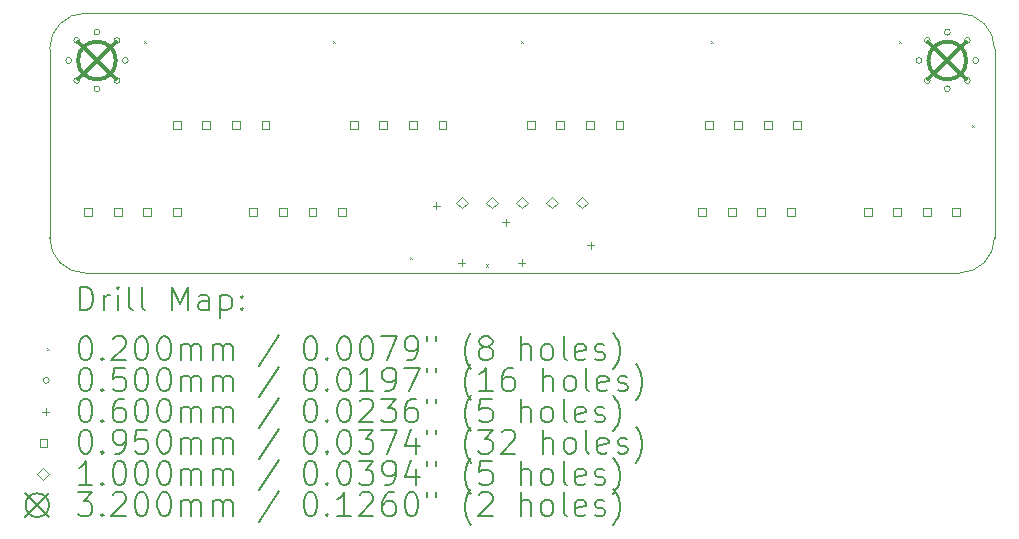
<source format=gbr>
%TF.GenerationSoftware,KiCad,Pcbnew,8.0.2*%
%TF.CreationDate,2024-05-30T14:14:35+02:00*%
%TF.ProjectId,Sensors_expansion_board,53656e73-6f72-4735-9f65-7870616e7369,1.0*%
%TF.SameCoordinates,Original*%
%TF.FileFunction,Drillmap*%
%TF.FilePolarity,Positive*%
%FSLAX45Y45*%
G04 Gerber Fmt 4.5, Leading zero omitted, Abs format (unit mm)*
G04 Created by KiCad (PCBNEW 8.0.2) date 2024-05-30 14:14:35*
%MOMM*%
%LPD*%
G01*
G04 APERTURE LIST*
%ADD10C,0.100000*%
%ADD11C,0.200000*%
%ADD12C,0.320000*%
G04 APERTURE END LIST*
D10*
X15495000Y-8697500D02*
G75*
G02*
X15795000Y-8397500I300000J0D01*
G01*
X15495000Y-10297500D02*
X15495000Y-10197500D01*
X19495000Y-10597500D02*
X23195000Y-10597500D01*
X15795000Y-10597500D02*
G75*
G02*
X15495000Y-10297500I0J300000D01*
G01*
X23495000Y-10297500D02*
X23495000Y-10197500D01*
X23495000Y-8697500D02*
X23495000Y-10197500D01*
X23495000Y-10297500D02*
G75*
G02*
X23195000Y-10597500I-300000J0D01*
G01*
X23195000Y-8397500D02*
G75*
G02*
X23495000Y-8697500I0J-300000D01*
G01*
X15495000Y-8697500D02*
X15495000Y-10197500D01*
X23195000Y-8397500D02*
X15795000Y-8397500D01*
X19495000Y-10597500D02*
X15795000Y-10597500D01*
D11*
D10*
X16294300Y-8631100D02*
X16314300Y-8651100D01*
X16314300Y-8631100D02*
X16294300Y-8651100D01*
X17894500Y-8631100D02*
X17914500Y-8651100D01*
X17914500Y-8631100D02*
X17894500Y-8651100D01*
X18542200Y-10459900D02*
X18562200Y-10479900D01*
X18562200Y-10459900D02*
X18542200Y-10479900D01*
X19189900Y-10523400D02*
X19209900Y-10543400D01*
X19209900Y-10523400D02*
X19189900Y-10543400D01*
X19482000Y-8631100D02*
X19502000Y-8651100D01*
X19502000Y-8631100D02*
X19482000Y-8651100D01*
X21094900Y-8631100D02*
X21114900Y-8651100D01*
X21114900Y-8631100D02*
X21094900Y-8651100D01*
X22682400Y-8631100D02*
X22702400Y-8651100D01*
X22702400Y-8631100D02*
X22682400Y-8651100D01*
X23304700Y-9342300D02*
X23324700Y-9362300D01*
X23324700Y-9342300D02*
X23304700Y-9362300D01*
X15680000Y-8797500D02*
G75*
G02*
X15630000Y-8797500I-25000J0D01*
G01*
X15630000Y-8797500D02*
G75*
G02*
X15680000Y-8797500I25000J0D01*
G01*
X15750294Y-8627794D02*
G75*
G02*
X15700294Y-8627794I-25000J0D01*
G01*
X15700294Y-8627794D02*
G75*
G02*
X15750294Y-8627794I25000J0D01*
G01*
X15750294Y-8967206D02*
G75*
G02*
X15700294Y-8967206I-25000J0D01*
G01*
X15700294Y-8967206D02*
G75*
G02*
X15750294Y-8967206I25000J0D01*
G01*
X15920000Y-8557500D02*
G75*
G02*
X15870000Y-8557500I-25000J0D01*
G01*
X15870000Y-8557500D02*
G75*
G02*
X15920000Y-8557500I25000J0D01*
G01*
X15920000Y-9037500D02*
G75*
G02*
X15870000Y-9037500I-25000J0D01*
G01*
X15870000Y-9037500D02*
G75*
G02*
X15920000Y-9037500I25000J0D01*
G01*
X16089706Y-8627794D02*
G75*
G02*
X16039706Y-8627794I-25000J0D01*
G01*
X16039706Y-8627794D02*
G75*
G02*
X16089706Y-8627794I25000J0D01*
G01*
X16089706Y-8967206D02*
G75*
G02*
X16039706Y-8967206I-25000J0D01*
G01*
X16039706Y-8967206D02*
G75*
G02*
X16089706Y-8967206I25000J0D01*
G01*
X16160000Y-8797500D02*
G75*
G02*
X16110000Y-8797500I-25000J0D01*
G01*
X16110000Y-8797500D02*
G75*
G02*
X16160000Y-8797500I25000J0D01*
G01*
X22880000Y-8797500D02*
G75*
G02*
X22830000Y-8797500I-25000J0D01*
G01*
X22830000Y-8797500D02*
G75*
G02*
X22880000Y-8797500I25000J0D01*
G01*
X22950294Y-8627794D02*
G75*
G02*
X22900294Y-8627794I-25000J0D01*
G01*
X22900294Y-8627794D02*
G75*
G02*
X22950294Y-8627794I25000J0D01*
G01*
X22950294Y-8967206D02*
G75*
G02*
X22900294Y-8967206I-25000J0D01*
G01*
X22900294Y-8967206D02*
G75*
G02*
X22950294Y-8967206I25000J0D01*
G01*
X23120000Y-8557500D02*
G75*
G02*
X23070000Y-8557500I-25000J0D01*
G01*
X23070000Y-8557500D02*
G75*
G02*
X23120000Y-8557500I25000J0D01*
G01*
X23120000Y-9037500D02*
G75*
G02*
X23070000Y-9037500I-25000J0D01*
G01*
X23070000Y-9037500D02*
G75*
G02*
X23120000Y-9037500I25000J0D01*
G01*
X23289706Y-8627794D02*
G75*
G02*
X23239706Y-8627794I-25000J0D01*
G01*
X23239706Y-8627794D02*
G75*
G02*
X23289706Y-8627794I25000J0D01*
G01*
X23289706Y-8967206D02*
G75*
G02*
X23239706Y-8967206I-25000J0D01*
G01*
X23239706Y-8967206D02*
G75*
G02*
X23289706Y-8967206I25000J0D01*
G01*
X23360000Y-8797500D02*
G75*
G02*
X23310000Y-8797500I-25000J0D01*
G01*
X23310000Y-8797500D02*
G75*
G02*
X23360000Y-8797500I25000J0D01*
G01*
X18768100Y-9995400D02*
X18768100Y-10055400D01*
X18738100Y-10025400D02*
X18798100Y-10025400D01*
X18984000Y-10478000D02*
X18984000Y-10538000D01*
X18954000Y-10508000D02*
X19014000Y-10508000D01*
X19354840Y-10137640D02*
X19354840Y-10197640D01*
X19324840Y-10167640D02*
X19384840Y-10167640D01*
X19492000Y-10478000D02*
X19492000Y-10538000D01*
X19462000Y-10508000D02*
X19522000Y-10508000D01*
X20076200Y-10333050D02*
X20076200Y-10393050D01*
X20046200Y-10363050D02*
X20106200Y-10363050D01*
X15853588Y-10116888D02*
X15853588Y-10049712D01*
X15786412Y-10049712D01*
X15786412Y-10116888D01*
X15853588Y-10116888D01*
X16103588Y-10116888D02*
X16103588Y-10049712D01*
X16036412Y-10049712D01*
X16036412Y-10116888D01*
X16103588Y-10116888D01*
X16353588Y-10116888D02*
X16353588Y-10049712D01*
X16286412Y-10049712D01*
X16286412Y-10116888D01*
X16353588Y-10116888D01*
X16603588Y-10116888D02*
X16603588Y-10049712D01*
X16536412Y-10049712D01*
X16536412Y-10116888D01*
X16603588Y-10116888D01*
X16606068Y-9379728D02*
X16606068Y-9312552D01*
X16538892Y-9312552D01*
X16538892Y-9379728D01*
X16606068Y-9379728D01*
X16856068Y-9379728D02*
X16856068Y-9312552D01*
X16788892Y-9312552D01*
X16788892Y-9379728D01*
X16856068Y-9379728D01*
X17106068Y-9379728D02*
X17106068Y-9312552D01*
X17038892Y-9312552D01*
X17038892Y-9379728D01*
X17106068Y-9379728D01*
X17253588Y-10116888D02*
X17253588Y-10049712D01*
X17186412Y-10049712D01*
X17186412Y-10116888D01*
X17253588Y-10116888D01*
X17356068Y-9379728D02*
X17356068Y-9312552D01*
X17288892Y-9312552D01*
X17288892Y-9379728D01*
X17356068Y-9379728D01*
X17503588Y-10116888D02*
X17503588Y-10049712D01*
X17436412Y-10049712D01*
X17436412Y-10116888D01*
X17503588Y-10116888D01*
X17753588Y-10116888D02*
X17753588Y-10049712D01*
X17686412Y-10049712D01*
X17686412Y-10116888D01*
X17753588Y-10116888D01*
X18003588Y-10116888D02*
X18003588Y-10049712D01*
X17936412Y-10049712D01*
X17936412Y-10116888D01*
X18003588Y-10116888D01*
X18104668Y-9378588D02*
X18104668Y-9311412D01*
X18037492Y-9311412D01*
X18037492Y-9378588D01*
X18104668Y-9378588D01*
X18354668Y-9378588D02*
X18354668Y-9311412D01*
X18287492Y-9311412D01*
X18287492Y-9378588D01*
X18354668Y-9378588D01*
X18604668Y-9378588D02*
X18604668Y-9311412D01*
X18537492Y-9311412D01*
X18537492Y-9378588D01*
X18604668Y-9378588D01*
X18854668Y-9378588D02*
X18854668Y-9311412D01*
X18787492Y-9311412D01*
X18787492Y-9378588D01*
X18854668Y-9378588D01*
X19603268Y-9378588D02*
X19603268Y-9311412D01*
X19536092Y-9311412D01*
X19536092Y-9378588D01*
X19603268Y-9378588D01*
X19853268Y-9378588D02*
X19853268Y-9311412D01*
X19786092Y-9311412D01*
X19786092Y-9378588D01*
X19853268Y-9378588D01*
X20103268Y-9378588D02*
X20103268Y-9311412D01*
X20036092Y-9311412D01*
X20036092Y-9378588D01*
X20103268Y-9378588D01*
X20353268Y-9378588D02*
X20353268Y-9311412D01*
X20286092Y-9311412D01*
X20286092Y-9378588D01*
X20353268Y-9378588D01*
X21053588Y-10116888D02*
X21053588Y-10049712D01*
X20986412Y-10049712D01*
X20986412Y-10116888D01*
X21053588Y-10116888D01*
X21106948Y-9378588D02*
X21106948Y-9311412D01*
X21039772Y-9311412D01*
X21039772Y-9378588D01*
X21106948Y-9378588D01*
X21303588Y-10116888D02*
X21303588Y-10049712D01*
X21236412Y-10049712D01*
X21236412Y-10116888D01*
X21303588Y-10116888D01*
X21356948Y-9378588D02*
X21356948Y-9311412D01*
X21289772Y-9311412D01*
X21289772Y-9378588D01*
X21356948Y-9378588D01*
X21553588Y-10116888D02*
X21553588Y-10049712D01*
X21486412Y-10049712D01*
X21486412Y-10116888D01*
X21553588Y-10116888D01*
X21606948Y-9378588D02*
X21606948Y-9311412D01*
X21539772Y-9311412D01*
X21539772Y-9378588D01*
X21606948Y-9378588D01*
X21803588Y-10116888D02*
X21803588Y-10049712D01*
X21736412Y-10049712D01*
X21736412Y-10116888D01*
X21803588Y-10116888D01*
X21856948Y-9378588D02*
X21856948Y-9311412D01*
X21789772Y-9311412D01*
X21789772Y-9378588D01*
X21856948Y-9378588D01*
X22453588Y-10116888D02*
X22453588Y-10049712D01*
X22386412Y-10049712D01*
X22386412Y-10116888D01*
X22453588Y-10116888D01*
X22703588Y-10116888D02*
X22703588Y-10049712D01*
X22636412Y-10049712D01*
X22636412Y-10116888D01*
X22703588Y-10116888D01*
X22953588Y-10116888D02*
X22953588Y-10049712D01*
X22886412Y-10049712D01*
X22886412Y-10116888D01*
X22953588Y-10116888D01*
X23203588Y-10116888D02*
X23203588Y-10049712D01*
X23136412Y-10049712D01*
X23136412Y-10116888D01*
X23203588Y-10116888D01*
X18984000Y-10050000D02*
X19034000Y-10000000D01*
X18984000Y-9950000D01*
X18934000Y-10000000D01*
X18984000Y-10050000D01*
X19238000Y-10050000D02*
X19288000Y-10000000D01*
X19238000Y-9950000D01*
X19188000Y-10000000D01*
X19238000Y-10050000D01*
X19492000Y-10050000D02*
X19542000Y-10000000D01*
X19492000Y-9950000D01*
X19442000Y-10000000D01*
X19492000Y-10050000D01*
X19746000Y-10050000D02*
X19796000Y-10000000D01*
X19746000Y-9950000D01*
X19696000Y-10000000D01*
X19746000Y-10050000D01*
X20000000Y-10050000D02*
X20050000Y-10000000D01*
X20000000Y-9950000D01*
X19950000Y-10000000D01*
X20000000Y-10050000D01*
D12*
X15735000Y-8637500D02*
X16055000Y-8957500D01*
X16055000Y-8637500D02*
X15735000Y-8957500D01*
X16055000Y-8797500D02*
G75*
G02*
X15735000Y-8797500I-160000J0D01*
G01*
X15735000Y-8797500D02*
G75*
G02*
X16055000Y-8797500I160000J0D01*
G01*
X22935000Y-8637500D02*
X23255000Y-8957500D01*
X23255000Y-8637500D02*
X22935000Y-8957500D01*
X23255000Y-8797500D02*
G75*
G02*
X22935000Y-8797500I-160000J0D01*
G01*
X22935000Y-8797500D02*
G75*
G02*
X23255000Y-8797500I160000J0D01*
G01*
D11*
X15750777Y-10913984D02*
X15750777Y-10713984D01*
X15750777Y-10713984D02*
X15798396Y-10713984D01*
X15798396Y-10713984D02*
X15826967Y-10723508D01*
X15826967Y-10723508D02*
X15846015Y-10742555D01*
X15846015Y-10742555D02*
X15855539Y-10761603D01*
X15855539Y-10761603D02*
X15865062Y-10799698D01*
X15865062Y-10799698D02*
X15865062Y-10828270D01*
X15865062Y-10828270D02*
X15855539Y-10866365D01*
X15855539Y-10866365D02*
X15846015Y-10885412D01*
X15846015Y-10885412D02*
X15826967Y-10904460D01*
X15826967Y-10904460D02*
X15798396Y-10913984D01*
X15798396Y-10913984D02*
X15750777Y-10913984D01*
X15950777Y-10913984D02*
X15950777Y-10780650D01*
X15950777Y-10818746D02*
X15960301Y-10799698D01*
X15960301Y-10799698D02*
X15969824Y-10790174D01*
X15969824Y-10790174D02*
X15988872Y-10780650D01*
X15988872Y-10780650D02*
X16007920Y-10780650D01*
X16074586Y-10913984D02*
X16074586Y-10780650D01*
X16074586Y-10713984D02*
X16065062Y-10723508D01*
X16065062Y-10723508D02*
X16074586Y-10733031D01*
X16074586Y-10733031D02*
X16084110Y-10723508D01*
X16084110Y-10723508D02*
X16074586Y-10713984D01*
X16074586Y-10713984D02*
X16074586Y-10733031D01*
X16198396Y-10913984D02*
X16179348Y-10904460D01*
X16179348Y-10904460D02*
X16169824Y-10885412D01*
X16169824Y-10885412D02*
X16169824Y-10713984D01*
X16303158Y-10913984D02*
X16284110Y-10904460D01*
X16284110Y-10904460D02*
X16274586Y-10885412D01*
X16274586Y-10885412D02*
X16274586Y-10713984D01*
X16531729Y-10913984D02*
X16531729Y-10713984D01*
X16531729Y-10713984D02*
X16598396Y-10856841D01*
X16598396Y-10856841D02*
X16665062Y-10713984D01*
X16665062Y-10713984D02*
X16665062Y-10913984D01*
X16846015Y-10913984D02*
X16846015Y-10809222D01*
X16846015Y-10809222D02*
X16836491Y-10790174D01*
X16836491Y-10790174D02*
X16817444Y-10780650D01*
X16817444Y-10780650D02*
X16779348Y-10780650D01*
X16779348Y-10780650D02*
X16760301Y-10790174D01*
X16846015Y-10904460D02*
X16826967Y-10913984D01*
X16826967Y-10913984D02*
X16779348Y-10913984D01*
X16779348Y-10913984D02*
X16760301Y-10904460D01*
X16760301Y-10904460D02*
X16750777Y-10885412D01*
X16750777Y-10885412D02*
X16750777Y-10866365D01*
X16750777Y-10866365D02*
X16760301Y-10847317D01*
X16760301Y-10847317D02*
X16779348Y-10837793D01*
X16779348Y-10837793D02*
X16826967Y-10837793D01*
X16826967Y-10837793D02*
X16846015Y-10828270D01*
X16941253Y-10780650D02*
X16941253Y-10980650D01*
X16941253Y-10790174D02*
X16960301Y-10780650D01*
X16960301Y-10780650D02*
X16998396Y-10780650D01*
X16998396Y-10780650D02*
X17017444Y-10790174D01*
X17017444Y-10790174D02*
X17026967Y-10799698D01*
X17026967Y-10799698D02*
X17036491Y-10818746D01*
X17036491Y-10818746D02*
X17036491Y-10875889D01*
X17036491Y-10875889D02*
X17026967Y-10894936D01*
X17026967Y-10894936D02*
X17017444Y-10904460D01*
X17017444Y-10904460D02*
X16998396Y-10913984D01*
X16998396Y-10913984D02*
X16960301Y-10913984D01*
X16960301Y-10913984D02*
X16941253Y-10904460D01*
X17122205Y-10894936D02*
X17131729Y-10904460D01*
X17131729Y-10904460D02*
X17122205Y-10913984D01*
X17122205Y-10913984D02*
X17112682Y-10904460D01*
X17112682Y-10904460D02*
X17122205Y-10894936D01*
X17122205Y-10894936D02*
X17122205Y-10913984D01*
X17122205Y-10790174D02*
X17131729Y-10799698D01*
X17131729Y-10799698D02*
X17122205Y-10809222D01*
X17122205Y-10809222D02*
X17112682Y-10799698D01*
X17112682Y-10799698D02*
X17122205Y-10790174D01*
X17122205Y-10790174D02*
X17122205Y-10809222D01*
D10*
X15470000Y-11232500D02*
X15490000Y-11252500D01*
X15490000Y-11232500D02*
X15470000Y-11252500D01*
D11*
X15788872Y-11133984D02*
X15807920Y-11133984D01*
X15807920Y-11133984D02*
X15826967Y-11143508D01*
X15826967Y-11143508D02*
X15836491Y-11153031D01*
X15836491Y-11153031D02*
X15846015Y-11172079D01*
X15846015Y-11172079D02*
X15855539Y-11210174D01*
X15855539Y-11210174D02*
X15855539Y-11257793D01*
X15855539Y-11257793D02*
X15846015Y-11295888D01*
X15846015Y-11295888D02*
X15836491Y-11314936D01*
X15836491Y-11314936D02*
X15826967Y-11324460D01*
X15826967Y-11324460D02*
X15807920Y-11333984D01*
X15807920Y-11333984D02*
X15788872Y-11333984D01*
X15788872Y-11333984D02*
X15769824Y-11324460D01*
X15769824Y-11324460D02*
X15760301Y-11314936D01*
X15760301Y-11314936D02*
X15750777Y-11295888D01*
X15750777Y-11295888D02*
X15741253Y-11257793D01*
X15741253Y-11257793D02*
X15741253Y-11210174D01*
X15741253Y-11210174D02*
X15750777Y-11172079D01*
X15750777Y-11172079D02*
X15760301Y-11153031D01*
X15760301Y-11153031D02*
X15769824Y-11143508D01*
X15769824Y-11143508D02*
X15788872Y-11133984D01*
X15941253Y-11314936D02*
X15950777Y-11324460D01*
X15950777Y-11324460D02*
X15941253Y-11333984D01*
X15941253Y-11333984D02*
X15931729Y-11324460D01*
X15931729Y-11324460D02*
X15941253Y-11314936D01*
X15941253Y-11314936D02*
X15941253Y-11333984D01*
X16026967Y-11153031D02*
X16036491Y-11143508D01*
X16036491Y-11143508D02*
X16055539Y-11133984D01*
X16055539Y-11133984D02*
X16103158Y-11133984D01*
X16103158Y-11133984D02*
X16122205Y-11143508D01*
X16122205Y-11143508D02*
X16131729Y-11153031D01*
X16131729Y-11153031D02*
X16141253Y-11172079D01*
X16141253Y-11172079D02*
X16141253Y-11191127D01*
X16141253Y-11191127D02*
X16131729Y-11219698D01*
X16131729Y-11219698D02*
X16017443Y-11333984D01*
X16017443Y-11333984D02*
X16141253Y-11333984D01*
X16265062Y-11133984D02*
X16284110Y-11133984D01*
X16284110Y-11133984D02*
X16303158Y-11143508D01*
X16303158Y-11143508D02*
X16312682Y-11153031D01*
X16312682Y-11153031D02*
X16322205Y-11172079D01*
X16322205Y-11172079D02*
X16331729Y-11210174D01*
X16331729Y-11210174D02*
X16331729Y-11257793D01*
X16331729Y-11257793D02*
X16322205Y-11295888D01*
X16322205Y-11295888D02*
X16312682Y-11314936D01*
X16312682Y-11314936D02*
X16303158Y-11324460D01*
X16303158Y-11324460D02*
X16284110Y-11333984D01*
X16284110Y-11333984D02*
X16265062Y-11333984D01*
X16265062Y-11333984D02*
X16246015Y-11324460D01*
X16246015Y-11324460D02*
X16236491Y-11314936D01*
X16236491Y-11314936D02*
X16226967Y-11295888D01*
X16226967Y-11295888D02*
X16217443Y-11257793D01*
X16217443Y-11257793D02*
X16217443Y-11210174D01*
X16217443Y-11210174D02*
X16226967Y-11172079D01*
X16226967Y-11172079D02*
X16236491Y-11153031D01*
X16236491Y-11153031D02*
X16246015Y-11143508D01*
X16246015Y-11143508D02*
X16265062Y-11133984D01*
X16455539Y-11133984D02*
X16474586Y-11133984D01*
X16474586Y-11133984D02*
X16493634Y-11143508D01*
X16493634Y-11143508D02*
X16503158Y-11153031D01*
X16503158Y-11153031D02*
X16512682Y-11172079D01*
X16512682Y-11172079D02*
X16522205Y-11210174D01*
X16522205Y-11210174D02*
X16522205Y-11257793D01*
X16522205Y-11257793D02*
X16512682Y-11295888D01*
X16512682Y-11295888D02*
X16503158Y-11314936D01*
X16503158Y-11314936D02*
X16493634Y-11324460D01*
X16493634Y-11324460D02*
X16474586Y-11333984D01*
X16474586Y-11333984D02*
X16455539Y-11333984D01*
X16455539Y-11333984D02*
X16436491Y-11324460D01*
X16436491Y-11324460D02*
X16426967Y-11314936D01*
X16426967Y-11314936D02*
X16417443Y-11295888D01*
X16417443Y-11295888D02*
X16407920Y-11257793D01*
X16407920Y-11257793D02*
X16407920Y-11210174D01*
X16407920Y-11210174D02*
X16417443Y-11172079D01*
X16417443Y-11172079D02*
X16426967Y-11153031D01*
X16426967Y-11153031D02*
X16436491Y-11143508D01*
X16436491Y-11143508D02*
X16455539Y-11133984D01*
X16607920Y-11333984D02*
X16607920Y-11200650D01*
X16607920Y-11219698D02*
X16617443Y-11210174D01*
X16617443Y-11210174D02*
X16636491Y-11200650D01*
X16636491Y-11200650D02*
X16665063Y-11200650D01*
X16665063Y-11200650D02*
X16684110Y-11210174D01*
X16684110Y-11210174D02*
X16693634Y-11229222D01*
X16693634Y-11229222D02*
X16693634Y-11333984D01*
X16693634Y-11229222D02*
X16703158Y-11210174D01*
X16703158Y-11210174D02*
X16722205Y-11200650D01*
X16722205Y-11200650D02*
X16750777Y-11200650D01*
X16750777Y-11200650D02*
X16769824Y-11210174D01*
X16769824Y-11210174D02*
X16779348Y-11229222D01*
X16779348Y-11229222D02*
X16779348Y-11333984D01*
X16874586Y-11333984D02*
X16874586Y-11200650D01*
X16874586Y-11219698D02*
X16884110Y-11210174D01*
X16884110Y-11210174D02*
X16903158Y-11200650D01*
X16903158Y-11200650D02*
X16931729Y-11200650D01*
X16931729Y-11200650D02*
X16950777Y-11210174D01*
X16950777Y-11210174D02*
X16960301Y-11229222D01*
X16960301Y-11229222D02*
X16960301Y-11333984D01*
X16960301Y-11229222D02*
X16969825Y-11210174D01*
X16969825Y-11210174D02*
X16988872Y-11200650D01*
X16988872Y-11200650D02*
X17017444Y-11200650D01*
X17017444Y-11200650D02*
X17036491Y-11210174D01*
X17036491Y-11210174D02*
X17046015Y-11229222D01*
X17046015Y-11229222D02*
X17046015Y-11333984D01*
X17436491Y-11124460D02*
X17265063Y-11381603D01*
X17693634Y-11133984D02*
X17712682Y-11133984D01*
X17712682Y-11133984D02*
X17731729Y-11143508D01*
X17731729Y-11143508D02*
X17741253Y-11153031D01*
X17741253Y-11153031D02*
X17750777Y-11172079D01*
X17750777Y-11172079D02*
X17760301Y-11210174D01*
X17760301Y-11210174D02*
X17760301Y-11257793D01*
X17760301Y-11257793D02*
X17750777Y-11295888D01*
X17750777Y-11295888D02*
X17741253Y-11314936D01*
X17741253Y-11314936D02*
X17731729Y-11324460D01*
X17731729Y-11324460D02*
X17712682Y-11333984D01*
X17712682Y-11333984D02*
X17693634Y-11333984D01*
X17693634Y-11333984D02*
X17674587Y-11324460D01*
X17674587Y-11324460D02*
X17665063Y-11314936D01*
X17665063Y-11314936D02*
X17655539Y-11295888D01*
X17655539Y-11295888D02*
X17646015Y-11257793D01*
X17646015Y-11257793D02*
X17646015Y-11210174D01*
X17646015Y-11210174D02*
X17655539Y-11172079D01*
X17655539Y-11172079D02*
X17665063Y-11153031D01*
X17665063Y-11153031D02*
X17674587Y-11143508D01*
X17674587Y-11143508D02*
X17693634Y-11133984D01*
X17846015Y-11314936D02*
X17855539Y-11324460D01*
X17855539Y-11324460D02*
X17846015Y-11333984D01*
X17846015Y-11333984D02*
X17836491Y-11324460D01*
X17836491Y-11324460D02*
X17846015Y-11314936D01*
X17846015Y-11314936D02*
X17846015Y-11333984D01*
X17979348Y-11133984D02*
X17998396Y-11133984D01*
X17998396Y-11133984D02*
X18017444Y-11143508D01*
X18017444Y-11143508D02*
X18026968Y-11153031D01*
X18026968Y-11153031D02*
X18036491Y-11172079D01*
X18036491Y-11172079D02*
X18046015Y-11210174D01*
X18046015Y-11210174D02*
X18046015Y-11257793D01*
X18046015Y-11257793D02*
X18036491Y-11295888D01*
X18036491Y-11295888D02*
X18026968Y-11314936D01*
X18026968Y-11314936D02*
X18017444Y-11324460D01*
X18017444Y-11324460D02*
X17998396Y-11333984D01*
X17998396Y-11333984D02*
X17979348Y-11333984D01*
X17979348Y-11333984D02*
X17960301Y-11324460D01*
X17960301Y-11324460D02*
X17950777Y-11314936D01*
X17950777Y-11314936D02*
X17941253Y-11295888D01*
X17941253Y-11295888D02*
X17931729Y-11257793D01*
X17931729Y-11257793D02*
X17931729Y-11210174D01*
X17931729Y-11210174D02*
X17941253Y-11172079D01*
X17941253Y-11172079D02*
X17950777Y-11153031D01*
X17950777Y-11153031D02*
X17960301Y-11143508D01*
X17960301Y-11143508D02*
X17979348Y-11133984D01*
X18169825Y-11133984D02*
X18188872Y-11133984D01*
X18188872Y-11133984D02*
X18207920Y-11143508D01*
X18207920Y-11143508D02*
X18217444Y-11153031D01*
X18217444Y-11153031D02*
X18226968Y-11172079D01*
X18226968Y-11172079D02*
X18236491Y-11210174D01*
X18236491Y-11210174D02*
X18236491Y-11257793D01*
X18236491Y-11257793D02*
X18226968Y-11295888D01*
X18226968Y-11295888D02*
X18217444Y-11314936D01*
X18217444Y-11314936D02*
X18207920Y-11324460D01*
X18207920Y-11324460D02*
X18188872Y-11333984D01*
X18188872Y-11333984D02*
X18169825Y-11333984D01*
X18169825Y-11333984D02*
X18150777Y-11324460D01*
X18150777Y-11324460D02*
X18141253Y-11314936D01*
X18141253Y-11314936D02*
X18131729Y-11295888D01*
X18131729Y-11295888D02*
X18122206Y-11257793D01*
X18122206Y-11257793D02*
X18122206Y-11210174D01*
X18122206Y-11210174D02*
X18131729Y-11172079D01*
X18131729Y-11172079D02*
X18141253Y-11153031D01*
X18141253Y-11153031D02*
X18150777Y-11143508D01*
X18150777Y-11143508D02*
X18169825Y-11133984D01*
X18303158Y-11133984D02*
X18436491Y-11133984D01*
X18436491Y-11133984D02*
X18350777Y-11333984D01*
X18522206Y-11333984D02*
X18560301Y-11333984D01*
X18560301Y-11333984D02*
X18579349Y-11324460D01*
X18579349Y-11324460D02*
X18588872Y-11314936D01*
X18588872Y-11314936D02*
X18607920Y-11286365D01*
X18607920Y-11286365D02*
X18617444Y-11248269D01*
X18617444Y-11248269D02*
X18617444Y-11172079D01*
X18617444Y-11172079D02*
X18607920Y-11153031D01*
X18607920Y-11153031D02*
X18598396Y-11143508D01*
X18598396Y-11143508D02*
X18579349Y-11133984D01*
X18579349Y-11133984D02*
X18541253Y-11133984D01*
X18541253Y-11133984D02*
X18522206Y-11143508D01*
X18522206Y-11143508D02*
X18512682Y-11153031D01*
X18512682Y-11153031D02*
X18503158Y-11172079D01*
X18503158Y-11172079D02*
X18503158Y-11219698D01*
X18503158Y-11219698D02*
X18512682Y-11238746D01*
X18512682Y-11238746D02*
X18522206Y-11248269D01*
X18522206Y-11248269D02*
X18541253Y-11257793D01*
X18541253Y-11257793D02*
X18579349Y-11257793D01*
X18579349Y-11257793D02*
X18598396Y-11248269D01*
X18598396Y-11248269D02*
X18607920Y-11238746D01*
X18607920Y-11238746D02*
X18617444Y-11219698D01*
X18693634Y-11133984D02*
X18693634Y-11172079D01*
X18769825Y-11133984D02*
X18769825Y-11172079D01*
X19065063Y-11410174D02*
X19055539Y-11400650D01*
X19055539Y-11400650D02*
X19036491Y-11372079D01*
X19036491Y-11372079D02*
X19026968Y-11353031D01*
X19026968Y-11353031D02*
X19017444Y-11324460D01*
X19017444Y-11324460D02*
X19007920Y-11276841D01*
X19007920Y-11276841D02*
X19007920Y-11238746D01*
X19007920Y-11238746D02*
X19017444Y-11191127D01*
X19017444Y-11191127D02*
X19026968Y-11162555D01*
X19026968Y-11162555D02*
X19036491Y-11143508D01*
X19036491Y-11143508D02*
X19055539Y-11114936D01*
X19055539Y-11114936D02*
X19065063Y-11105412D01*
X19169825Y-11219698D02*
X19150777Y-11210174D01*
X19150777Y-11210174D02*
X19141253Y-11200650D01*
X19141253Y-11200650D02*
X19131730Y-11181603D01*
X19131730Y-11181603D02*
X19131730Y-11172079D01*
X19131730Y-11172079D02*
X19141253Y-11153031D01*
X19141253Y-11153031D02*
X19150777Y-11143508D01*
X19150777Y-11143508D02*
X19169825Y-11133984D01*
X19169825Y-11133984D02*
X19207920Y-11133984D01*
X19207920Y-11133984D02*
X19226968Y-11143508D01*
X19226968Y-11143508D02*
X19236491Y-11153031D01*
X19236491Y-11153031D02*
X19246015Y-11172079D01*
X19246015Y-11172079D02*
X19246015Y-11181603D01*
X19246015Y-11181603D02*
X19236491Y-11200650D01*
X19236491Y-11200650D02*
X19226968Y-11210174D01*
X19226968Y-11210174D02*
X19207920Y-11219698D01*
X19207920Y-11219698D02*
X19169825Y-11219698D01*
X19169825Y-11219698D02*
X19150777Y-11229222D01*
X19150777Y-11229222D02*
X19141253Y-11238746D01*
X19141253Y-11238746D02*
X19131730Y-11257793D01*
X19131730Y-11257793D02*
X19131730Y-11295888D01*
X19131730Y-11295888D02*
X19141253Y-11314936D01*
X19141253Y-11314936D02*
X19150777Y-11324460D01*
X19150777Y-11324460D02*
X19169825Y-11333984D01*
X19169825Y-11333984D02*
X19207920Y-11333984D01*
X19207920Y-11333984D02*
X19226968Y-11324460D01*
X19226968Y-11324460D02*
X19236491Y-11314936D01*
X19236491Y-11314936D02*
X19246015Y-11295888D01*
X19246015Y-11295888D02*
X19246015Y-11257793D01*
X19246015Y-11257793D02*
X19236491Y-11238746D01*
X19236491Y-11238746D02*
X19226968Y-11229222D01*
X19226968Y-11229222D02*
X19207920Y-11219698D01*
X19484111Y-11333984D02*
X19484111Y-11133984D01*
X19569825Y-11333984D02*
X19569825Y-11229222D01*
X19569825Y-11229222D02*
X19560301Y-11210174D01*
X19560301Y-11210174D02*
X19541253Y-11200650D01*
X19541253Y-11200650D02*
X19512682Y-11200650D01*
X19512682Y-11200650D02*
X19493634Y-11210174D01*
X19493634Y-11210174D02*
X19484111Y-11219698D01*
X19693634Y-11333984D02*
X19674587Y-11324460D01*
X19674587Y-11324460D02*
X19665063Y-11314936D01*
X19665063Y-11314936D02*
X19655539Y-11295888D01*
X19655539Y-11295888D02*
X19655539Y-11238746D01*
X19655539Y-11238746D02*
X19665063Y-11219698D01*
X19665063Y-11219698D02*
X19674587Y-11210174D01*
X19674587Y-11210174D02*
X19693634Y-11200650D01*
X19693634Y-11200650D02*
X19722206Y-11200650D01*
X19722206Y-11200650D02*
X19741253Y-11210174D01*
X19741253Y-11210174D02*
X19750777Y-11219698D01*
X19750777Y-11219698D02*
X19760301Y-11238746D01*
X19760301Y-11238746D02*
X19760301Y-11295888D01*
X19760301Y-11295888D02*
X19750777Y-11314936D01*
X19750777Y-11314936D02*
X19741253Y-11324460D01*
X19741253Y-11324460D02*
X19722206Y-11333984D01*
X19722206Y-11333984D02*
X19693634Y-11333984D01*
X19874587Y-11333984D02*
X19855539Y-11324460D01*
X19855539Y-11324460D02*
X19846015Y-11305412D01*
X19846015Y-11305412D02*
X19846015Y-11133984D01*
X20026968Y-11324460D02*
X20007920Y-11333984D01*
X20007920Y-11333984D02*
X19969825Y-11333984D01*
X19969825Y-11333984D02*
X19950777Y-11324460D01*
X19950777Y-11324460D02*
X19941253Y-11305412D01*
X19941253Y-11305412D02*
X19941253Y-11229222D01*
X19941253Y-11229222D02*
X19950777Y-11210174D01*
X19950777Y-11210174D02*
X19969825Y-11200650D01*
X19969825Y-11200650D02*
X20007920Y-11200650D01*
X20007920Y-11200650D02*
X20026968Y-11210174D01*
X20026968Y-11210174D02*
X20036492Y-11229222D01*
X20036492Y-11229222D02*
X20036492Y-11248269D01*
X20036492Y-11248269D02*
X19941253Y-11267317D01*
X20112682Y-11324460D02*
X20131730Y-11333984D01*
X20131730Y-11333984D02*
X20169825Y-11333984D01*
X20169825Y-11333984D02*
X20188873Y-11324460D01*
X20188873Y-11324460D02*
X20198396Y-11305412D01*
X20198396Y-11305412D02*
X20198396Y-11295888D01*
X20198396Y-11295888D02*
X20188873Y-11276841D01*
X20188873Y-11276841D02*
X20169825Y-11267317D01*
X20169825Y-11267317D02*
X20141253Y-11267317D01*
X20141253Y-11267317D02*
X20122206Y-11257793D01*
X20122206Y-11257793D02*
X20112682Y-11238746D01*
X20112682Y-11238746D02*
X20112682Y-11229222D01*
X20112682Y-11229222D02*
X20122206Y-11210174D01*
X20122206Y-11210174D02*
X20141253Y-11200650D01*
X20141253Y-11200650D02*
X20169825Y-11200650D01*
X20169825Y-11200650D02*
X20188873Y-11210174D01*
X20265063Y-11410174D02*
X20274587Y-11400650D01*
X20274587Y-11400650D02*
X20293634Y-11372079D01*
X20293634Y-11372079D02*
X20303158Y-11353031D01*
X20303158Y-11353031D02*
X20312682Y-11324460D01*
X20312682Y-11324460D02*
X20322206Y-11276841D01*
X20322206Y-11276841D02*
X20322206Y-11238746D01*
X20322206Y-11238746D02*
X20312682Y-11191127D01*
X20312682Y-11191127D02*
X20303158Y-11162555D01*
X20303158Y-11162555D02*
X20293634Y-11143508D01*
X20293634Y-11143508D02*
X20274587Y-11114936D01*
X20274587Y-11114936D02*
X20265063Y-11105412D01*
D10*
X15490000Y-11506500D02*
G75*
G02*
X15440000Y-11506500I-25000J0D01*
G01*
X15440000Y-11506500D02*
G75*
G02*
X15490000Y-11506500I25000J0D01*
G01*
D11*
X15788872Y-11397984D02*
X15807920Y-11397984D01*
X15807920Y-11397984D02*
X15826967Y-11407508D01*
X15826967Y-11407508D02*
X15836491Y-11417031D01*
X15836491Y-11417031D02*
X15846015Y-11436079D01*
X15846015Y-11436079D02*
X15855539Y-11474174D01*
X15855539Y-11474174D02*
X15855539Y-11521793D01*
X15855539Y-11521793D02*
X15846015Y-11559888D01*
X15846015Y-11559888D02*
X15836491Y-11578936D01*
X15836491Y-11578936D02*
X15826967Y-11588460D01*
X15826967Y-11588460D02*
X15807920Y-11597984D01*
X15807920Y-11597984D02*
X15788872Y-11597984D01*
X15788872Y-11597984D02*
X15769824Y-11588460D01*
X15769824Y-11588460D02*
X15760301Y-11578936D01*
X15760301Y-11578936D02*
X15750777Y-11559888D01*
X15750777Y-11559888D02*
X15741253Y-11521793D01*
X15741253Y-11521793D02*
X15741253Y-11474174D01*
X15741253Y-11474174D02*
X15750777Y-11436079D01*
X15750777Y-11436079D02*
X15760301Y-11417031D01*
X15760301Y-11417031D02*
X15769824Y-11407508D01*
X15769824Y-11407508D02*
X15788872Y-11397984D01*
X15941253Y-11578936D02*
X15950777Y-11588460D01*
X15950777Y-11588460D02*
X15941253Y-11597984D01*
X15941253Y-11597984D02*
X15931729Y-11588460D01*
X15931729Y-11588460D02*
X15941253Y-11578936D01*
X15941253Y-11578936D02*
X15941253Y-11597984D01*
X16131729Y-11397984D02*
X16036491Y-11397984D01*
X16036491Y-11397984D02*
X16026967Y-11493222D01*
X16026967Y-11493222D02*
X16036491Y-11483698D01*
X16036491Y-11483698D02*
X16055539Y-11474174D01*
X16055539Y-11474174D02*
X16103158Y-11474174D01*
X16103158Y-11474174D02*
X16122205Y-11483698D01*
X16122205Y-11483698D02*
X16131729Y-11493222D01*
X16131729Y-11493222D02*
X16141253Y-11512269D01*
X16141253Y-11512269D02*
X16141253Y-11559888D01*
X16141253Y-11559888D02*
X16131729Y-11578936D01*
X16131729Y-11578936D02*
X16122205Y-11588460D01*
X16122205Y-11588460D02*
X16103158Y-11597984D01*
X16103158Y-11597984D02*
X16055539Y-11597984D01*
X16055539Y-11597984D02*
X16036491Y-11588460D01*
X16036491Y-11588460D02*
X16026967Y-11578936D01*
X16265062Y-11397984D02*
X16284110Y-11397984D01*
X16284110Y-11397984D02*
X16303158Y-11407508D01*
X16303158Y-11407508D02*
X16312682Y-11417031D01*
X16312682Y-11417031D02*
X16322205Y-11436079D01*
X16322205Y-11436079D02*
X16331729Y-11474174D01*
X16331729Y-11474174D02*
X16331729Y-11521793D01*
X16331729Y-11521793D02*
X16322205Y-11559888D01*
X16322205Y-11559888D02*
X16312682Y-11578936D01*
X16312682Y-11578936D02*
X16303158Y-11588460D01*
X16303158Y-11588460D02*
X16284110Y-11597984D01*
X16284110Y-11597984D02*
X16265062Y-11597984D01*
X16265062Y-11597984D02*
X16246015Y-11588460D01*
X16246015Y-11588460D02*
X16236491Y-11578936D01*
X16236491Y-11578936D02*
X16226967Y-11559888D01*
X16226967Y-11559888D02*
X16217443Y-11521793D01*
X16217443Y-11521793D02*
X16217443Y-11474174D01*
X16217443Y-11474174D02*
X16226967Y-11436079D01*
X16226967Y-11436079D02*
X16236491Y-11417031D01*
X16236491Y-11417031D02*
X16246015Y-11407508D01*
X16246015Y-11407508D02*
X16265062Y-11397984D01*
X16455539Y-11397984D02*
X16474586Y-11397984D01*
X16474586Y-11397984D02*
X16493634Y-11407508D01*
X16493634Y-11407508D02*
X16503158Y-11417031D01*
X16503158Y-11417031D02*
X16512682Y-11436079D01*
X16512682Y-11436079D02*
X16522205Y-11474174D01*
X16522205Y-11474174D02*
X16522205Y-11521793D01*
X16522205Y-11521793D02*
X16512682Y-11559888D01*
X16512682Y-11559888D02*
X16503158Y-11578936D01*
X16503158Y-11578936D02*
X16493634Y-11588460D01*
X16493634Y-11588460D02*
X16474586Y-11597984D01*
X16474586Y-11597984D02*
X16455539Y-11597984D01*
X16455539Y-11597984D02*
X16436491Y-11588460D01*
X16436491Y-11588460D02*
X16426967Y-11578936D01*
X16426967Y-11578936D02*
X16417443Y-11559888D01*
X16417443Y-11559888D02*
X16407920Y-11521793D01*
X16407920Y-11521793D02*
X16407920Y-11474174D01*
X16407920Y-11474174D02*
X16417443Y-11436079D01*
X16417443Y-11436079D02*
X16426967Y-11417031D01*
X16426967Y-11417031D02*
X16436491Y-11407508D01*
X16436491Y-11407508D02*
X16455539Y-11397984D01*
X16607920Y-11597984D02*
X16607920Y-11464650D01*
X16607920Y-11483698D02*
X16617443Y-11474174D01*
X16617443Y-11474174D02*
X16636491Y-11464650D01*
X16636491Y-11464650D02*
X16665063Y-11464650D01*
X16665063Y-11464650D02*
X16684110Y-11474174D01*
X16684110Y-11474174D02*
X16693634Y-11493222D01*
X16693634Y-11493222D02*
X16693634Y-11597984D01*
X16693634Y-11493222D02*
X16703158Y-11474174D01*
X16703158Y-11474174D02*
X16722205Y-11464650D01*
X16722205Y-11464650D02*
X16750777Y-11464650D01*
X16750777Y-11464650D02*
X16769824Y-11474174D01*
X16769824Y-11474174D02*
X16779348Y-11493222D01*
X16779348Y-11493222D02*
X16779348Y-11597984D01*
X16874586Y-11597984D02*
X16874586Y-11464650D01*
X16874586Y-11483698D02*
X16884110Y-11474174D01*
X16884110Y-11474174D02*
X16903158Y-11464650D01*
X16903158Y-11464650D02*
X16931729Y-11464650D01*
X16931729Y-11464650D02*
X16950777Y-11474174D01*
X16950777Y-11474174D02*
X16960301Y-11493222D01*
X16960301Y-11493222D02*
X16960301Y-11597984D01*
X16960301Y-11493222D02*
X16969825Y-11474174D01*
X16969825Y-11474174D02*
X16988872Y-11464650D01*
X16988872Y-11464650D02*
X17017444Y-11464650D01*
X17017444Y-11464650D02*
X17036491Y-11474174D01*
X17036491Y-11474174D02*
X17046015Y-11493222D01*
X17046015Y-11493222D02*
X17046015Y-11597984D01*
X17436491Y-11388460D02*
X17265063Y-11645603D01*
X17693634Y-11397984D02*
X17712682Y-11397984D01*
X17712682Y-11397984D02*
X17731729Y-11407508D01*
X17731729Y-11407508D02*
X17741253Y-11417031D01*
X17741253Y-11417031D02*
X17750777Y-11436079D01*
X17750777Y-11436079D02*
X17760301Y-11474174D01*
X17760301Y-11474174D02*
X17760301Y-11521793D01*
X17760301Y-11521793D02*
X17750777Y-11559888D01*
X17750777Y-11559888D02*
X17741253Y-11578936D01*
X17741253Y-11578936D02*
X17731729Y-11588460D01*
X17731729Y-11588460D02*
X17712682Y-11597984D01*
X17712682Y-11597984D02*
X17693634Y-11597984D01*
X17693634Y-11597984D02*
X17674587Y-11588460D01*
X17674587Y-11588460D02*
X17665063Y-11578936D01*
X17665063Y-11578936D02*
X17655539Y-11559888D01*
X17655539Y-11559888D02*
X17646015Y-11521793D01*
X17646015Y-11521793D02*
X17646015Y-11474174D01*
X17646015Y-11474174D02*
X17655539Y-11436079D01*
X17655539Y-11436079D02*
X17665063Y-11417031D01*
X17665063Y-11417031D02*
X17674587Y-11407508D01*
X17674587Y-11407508D02*
X17693634Y-11397984D01*
X17846015Y-11578936D02*
X17855539Y-11588460D01*
X17855539Y-11588460D02*
X17846015Y-11597984D01*
X17846015Y-11597984D02*
X17836491Y-11588460D01*
X17836491Y-11588460D02*
X17846015Y-11578936D01*
X17846015Y-11578936D02*
X17846015Y-11597984D01*
X17979348Y-11397984D02*
X17998396Y-11397984D01*
X17998396Y-11397984D02*
X18017444Y-11407508D01*
X18017444Y-11407508D02*
X18026968Y-11417031D01*
X18026968Y-11417031D02*
X18036491Y-11436079D01*
X18036491Y-11436079D02*
X18046015Y-11474174D01*
X18046015Y-11474174D02*
X18046015Y-11521793D01*
X18046015Y-11521793D02*
X18036491Y-11559888D01*
X18036491Y-11559888D02*
X18026968Y-11578936D01*
X18026968Y-11578936D02*
X18017444Y-11588460D01*
X18017444Y-11588460D02*
X17998396Y-11597984D01*
X17998396Y-11597984D02*
X17979348Y-11597984D01*
X17979348Y-11597984D02*
X17960301Y-11588460D01*
X17960301Y-11588460D02*
X17950777Y-11578936D01*
X17950777Y-11578936D02*
X17941253Y-11559888D01*
X17941253Y-11559888D02*
X17931729Y-11521793D01*
X17931729Y-11521793D02*
X17931729Y-11474174D01*
X17931729Y-11474174D02*
X17941253Y-11436079D01*
X17941253Y-11436079D02*
X17950777Y-11417031D01*
X17950777Y-11417031D02*
X17960301Y-11407508D01*
X17960301Y-11407508D02*
X17979348Y-11397984D01*
X18236491Y-11597984D02*
X18122206Y-11597984D01*
X18179348Y-11597984D02*
X18179348Y-11397984D01*
X18179348Y-11397984D02*
X18160301Y-11426555D01*
X18160301Y-11426555D02*
X18141253Y-11445603D01*
X18141253Y-11445603D02*
X18122206Y-11455127D01*
X18331729Y-11597984D02*
X18369825Y-11597984D01*
X18369825Y-11597984D02*
X18388872Y-11588460D01*
X18388872Y-11588460D02*
X18398396Y-11578936D01*
X18398396Y-11578936D02*
X18417444Y-11550365D01*
X18417444Y-11550365D02*
X18426968Y-11512269D01*
X18426968Y-11512269D02*
X18426968Y-11436079D01*
X18426968Y-11436079D02*
X18417444Y-11417031D01*
X18417444Y-11417031D02*
X18407920Y-11407508D01*
X18407920Y-11407508D02*
X18388872Y-11397984D01*
X18388872Y-11397984D02*
X18350777Y-11397984D01*
X18350777Y-11397984D02*
X18331729Y-11407508D01*
X18331729Y-11407508D02*
X18322206Y-11417031D01*
X18322206Y-11417031D02*
X18312682Y-11436079D01*
X18312682Y-11436079D02*
X18312682Y-11483698D01*
X18312682Y-11483698D02*
X18322206Y-11502746D01*
X18322206Y-11502746D02*
X18331729Y-11512269D01*
X18331729Y-11512269D02*
X18350777Y-11521793D01*
X18350777Y-11521793D02*
X18388872Y-11521793D01*
X18388872Y-11521793D02*
X18407920Y-11512269D01*
X18407920Y-11512269D02*
X18417444Y-11502746D01*
X18417444Y-11502746D02*
X18426968Y-11483698D01*
X18493634Y-11397984D02*
X18626968Y-11397984D01*
X18626968Y-11397984D02*
X18541253Y-11597984D01*
X18693634Y-11397984D02*
X18693634Y-11436079D01*
X18769825Y-11397984D02*
X18769825Y-11436079D01*
X19065063Y-11674174D02*
X19055539Y-11664650D01*
X19055539Y-11664650D02*
X19036491Y-11636079D01*
X19036491Y-11636079D02*
X19026968Y-11617031D01*
X19026968Y-11617031D02*
X19017444Y-11588460D01*
X19017444Y-11588460D02*
X19007920Y-11540841D01*
X19007920Y-11540841D02*
X19007920Y-11502746D01*
X19007920Y-11502746D02*
X19017444Y-11455127D01*
X19017444Y-11455127D02*
X19026968Y-11426555D01*
X19026968Y-11426555D02*
X19036491Y-11407508D01*
X19036491Y-11407508D02*
X19055539Y-11378936D01*
X19055539Y-11378936D02*
X19065063Y-11369412D01*
X19246015Y-11597984D02*
X19131730Y-11597984D01*
X19188872Y-11597984D02*
X19188872Y-11397984D01*
X19188872Y-11397984D02*
X19169825Y-11426555D01*
X19169825Y-11426555D02*
X19150777Y-11445603D01*
X19150777Y-11445603D02*
X19131730Y-11455127D01*
X19417444Y-11397984D02*
X19379349Y-11397984D01*
X19379349Y-11397984D02*
X19360301Y-11407508D01*
X19360301Y-11407508D02*
X19350777Y-11417031D01*
X19350777Y-11417031D02*
X19331730Y-11445603D01*
X19331730Y-11445603D02*
X19322206Y-11483698D01*
X19322206Y-11483698D02*
X19322206Y-11559888D01*
X19322206Y-11559888D02*
X19331730Y-11578936D01*
X19331730Y-11578936D02*
X19341253Y-11588460D01*
X19341253Y-11588460D02*
X19360301Y-11597984D01*
X19360301Y-11597984D02*
X19398396Y-11597984D01*
X19398396Y-11597984D02*
X19417444Y-11588460D01*
X19417444Y-11588460D02*
X19426968Y-11578936D01*
X19426968Y-11578936D02*
X19436491Y-11559888D01*
X19436491Y-11559888D02*
X19436491Y-11512269D01*
X19436491Y-11512269D02*
X19426968Y-11493222D01*
X19426968Y-11493222D02*
X19417444Y-11483698D01*
X19417444Y-11483698D02*
X19398396Y-11474174D01*
X19398396Y-11474174D02*
X19360301Y-11474174D01*
X19360301Y-11474174D02*
X19341253Y-11483698D01*
X19341253Y-11483698D02*
X19331730Y-11493222D01*
X19331730Y-11493222D02*
X19322206Y-11512269D01*
X19674587Y-11597984D02*
X19674587Y-11397984D01*
X19760301Y-11597984D02*
X19760301Y-11493222D01*
X19760301Y-11493222D02*
X19750777Y-11474174D01*
X19750777Y-11474174D02*
X19731730Y-11464650D01*
X19731730Y-11464650D02*
X19703158Y-11464650D01*
X19703158Y-11464650D02*
X19684111Y-11474174D01*
X19684111Y-11474174D02*
X19674587Y-11483698D01*
X19884111Y-11597984D02*
X19865063Y-11588460D01*
X19865063Y-11588460D02*
X19855539Y-11578936D01*
X19855539Y-11578936D02*
X19846015Y-11559888D01*
X19846015Y-11559888D02*
X19846015Y-11502746D01*
X19846015Y-11502746D02*
X19855539Y-11483698D01*
X19855539Y-11483698D02*
X19865063Y-11474174D01*
X19865063Y-11474174D02*
X19884111Y-11464650D01*
X19884111Y-11464650D02*
X19912682Y-11464650D01*
X19912682Y-11464650D02*
X19931730Y-11474174D01*
X19931730Y-11474174D02*
X19941253Y-11483698D01*
X19941253Y-11483698D02*
X19950777Y-11502746D01*
X19950777Y-11502746D02*
X19950777Y-11559888D01*
X19950777Y-11559888D02*
X19941253Y-11578936D01*
X19941253Y-11578936D02*
X19931730Y-11588460D01*
X19931730Y-11588460D02*
X19912682Y-11597984D01*
X19912682Y-11597984D02*
X19884111Y-11597984D01*
X20065063Y-11597984D02*
X20046015Y-11588460D01*
X20046015Y-11588460D02*
X20036492Y-11569412D01*
X20036492Y-11569412D02*
X20036492Y-11397984D01*
X20217444Y-11588460D02*
X20198396Y-11597984D01*
X20198396Y-11597984D02*
X20160301Y-11597984D01*
X20160301Y-11597984D02*
X20141253Y-11588460D01*
X20141253Y-11588460D02*
X20131730Y-11569412D01*
X20131730Y-11569412D02*
X20131730Y-11493222D01*
X20131730Y-11493222D02*
X20141253Y-11474174D01*
X20141253Y-11474174D02*
X20160301Y-11464650D01*
X20160301Y-11464650D02*
X20198396Y-11464650D01*
X20198396Y-11464650D02*
X20217444Y-11474174D01*
X20217444Y-11474174D02*
X20226968Y-11493222D01*
X20226968Y-11493222D02*
X20226968Y-11512269D01*
X20226968Y-11512269D02*
X20131730Y-11531317D01*
X20303158Y-11588460D02*
X20322206Y-11597984D01*
X20322206Y-11597984D02*
X20360301Y-11597984D01*
X20360301Y-11597984D02*
X20379349Y-11588460D01*
X20379349Y-11588460D02*
X20388873Y-11569412D01*
X20388873Y-11569412D02*
X20388873Y-11559888D01*
X20388873Y-11559888D02*
X20379349Y-11540841D01*
X20379349Y-11540841D02*
X20360301Y-11531317D01*
X20360301Y-11531317D02*
X20331730Y-11531317D01*
X20331730Y-11531317D02*
X20312682Y-11521793D01*
X20312682Y-11521793D02*
X20303158Y-11502746D01*
X20303158Y-11502746D02*
X20303158Y-11493222D01*
X20303158Y-11493222D02*
X20312682Y-11474174D01*
X20312682Y-11474174D02*
X20331730Y-11464650D01*
X20331730Y-11464650D02*
X20360301Y-11464650D01*
X20360301Y-11464650D02*
X20379349Y-11474174D01*
X20455539Y-11674174D02*
X20465063Y-11664650D01*
X20465063Y-11664650D02*
X20484111Y-11636079D01*
X20484111Y-11636079D02*
X20493634Y-11617031D01*
X20493634Y-11617031D02*
X20503158Y-11588460D01*
X20503158Y-11588460D02*
X20512682Y-11540841D01*
X20512682Y-11540841D02*
X20512682Y-11502746D01*
X20512682Y-11502746D02*
X20503158Y-11455127D01*
X20503158Y-11455127D02*
X20493634Y-11426555D01*
X20493634Y-11426555D02*
X20484111Y-11407508D01*
X20484111Y-11407508D02*
X20465063Y-11378936D01*
X20465063Y-11378936D02*
X20455539Y-11369412D01*
D10*
X15460000Y-11740500D02*
X15460000Y-11800500D01*
X15430000Y-11770500D02*
X15490000Y-11770500D01*
D11*
X15788872Y-11661984D02*
X15807920Y-11661984D01*
X15807920Y-11661984D02*
X15826967Y-11671508D01*
X15826967Y-11671508D02*
X15836491Y-11681031D01*
X15836491Y-11681031D02*
X15846015Y-11700079D01*
X15846015Y-11700079D02*
X15855539Y-11738174D01*
X15855539Y-11738174D02*
X15855539Y-11785793D01*
X15855539Y-11785793D02*
X15846015Y-11823888D01*
X15846015Y-11823888D02*
X15836491Y-11842936D01*
X15836491Y-11842936D02*
X15826967Y-11852460D01*
X15826967Y-11852460D02*
X15807920Y-11861984D01*
X15807920Y-11861984D02*
X15788872Y-11861984D01*
X15788872Y-11861984D02*
X15769824Y-11852460D01*
X15769824Y-11852460D02*
X15760301Y-11842936D01*
X15760301Y-11842936D02*
X15750777Y-11823888D01*
X15750777Y-11823888D02*
X15741253Y-11785793D01*
X15741253Y-11785793D02*
X15741253Y-11738174D01*
X15741253Y-11738174D02*
X15750777Y-11700079D01*
X15750777Y-11700079D02*
X15760301Y-11681031D01*
X15760301Y-11681031D02*
X15769824Y-11671508D01*
X15769824Y-11671508D02*
X15788872Y-11661984D01*
X15941253Y-11842936D02*
X15950777Y-11852460D01*
X15950777Y-11852460D02*
X15941253Y-11861984D01*
X15941253Y-11861984D02*
X15931729Y-11852460D01*
X15931729Y-11852460D02*
X15941253Y-11842936D01*
X15941253Y-11842936D02*
X15941253Y-11861984D01*
X16122205Y-11661984D02*
X16084110Y-11661984D01*
X16084110Y-11661984D02*
X16065062Y-11671508D01*
X16065062Y-11671508D02*
X16055539Y-11681031D01*
X16055539Y-11681031D02*
X16036491Y-11709603D01*
X16036491Y-11709603D02*
X16026967Y-11747698D01*
X16026967Y-11747698D02*
X16026967Y-11823888D01*
X16026967Y-11823888D02*
X16036491Y-11842936D01*
X16036491Y-11842936D02*
X16046015Y-11852460D01*
X16046015Y-11852460D02*
X16065062Y-11861984D01*
X16065062Y-11861984D02*
X16103158Y-11861984D01*
X16103158Y-11861984D02*
X16122205Y-11852460D01*
X16122205Y-11852460D02*
X16131729Y-11842936D01*
X16131729Y-11842936D02*
X16141253Y-11823888D01*
X16141253Y-11823888D02*
X16141253Y-11776269D01*
X16141253Y-11776269D02*
X16131729Y-11757222D01*
X16131729Y-11757222D02*
X16122205Y-11747698D01*
X16122205Y-11747698D02*
X16103158Y-11738174D01*
X16103158Y-11738174D02*
X16065062Y-11738174D01*
X16065062Y-11738174D02*
X16046015Y-11747698D01*
X16046015Y-11747698D02*
X16036491Y-11757222D01*
X16036491Y-11757222D02*
X16026967Y-11776269D01*
X16265062Y-11661984D02*
X16284110Y-11661984D01*
X16284110Y-11661984D02*
X16303158Y-11671508D01*
X16303158Y-11671508D02*
X16312682Y-11681031D01*
X16312682Y-11681031D02*
X16322205Y-11700079D01*
X16322205Y-11700079D02*
X16331729Y-11738174D01*
X16331729Y-11738174D02*
X16331729Y-11785793D01*
X16331729Y-11785793D02*
X16322205Y-11823888D01*
X16322205Y-11823888D02*
X16312682Y-11842936D01*
X16312682Y-11842936D02*
X16303158Y-11852460D01*
X16303158Y-11852460D02*
X16284110Y-11861984D01*
X16284110Y-11861984D02*
X16265062Y-11861984D01*
X16265062Y-11861984D02*
X16246015Y-11852460D01*
X16246015Y-11852460D02*
X16236491Y-11842936D01*
X16236491Y-11842936D02*
X16226967Y-11823888D01*
X16226967Y-11823888D02*
X16217443Y-11785793D01*
X16217443Y-11785793D02*
X16217443Y-11738174D01*
X16217443Y-11738174D02*
X16226967Y-11700079D01*
X16226967Y-11700079D02*
X16236491Y-11681031D01*
X16236491Y-11681031D02*
X16246015Y-11671508D01*
X16246015Y-11671508D02*
X16265062Y-11661984D01*
X16455539Y-11661984D02*
X16474586Y-11661984D01*
X16474586Y-11661984D02*
X16493634Y-11671508D01*
X16493634Y-11671508D02*
X16503158Y-11681031D01*
X16503158Y-11681031D02*
X16512682Y-11700079D01*
X16512682Y-11700079D02*
X16522205Y-11738174D01*
X16522205Y-11738174D02*
X16522205Y-11785793D01*
X16522205Y-11785793D02*
X16512682Y-11823888D01*
X16512682Y-11823888D02*
X16503158Y-11842936D01*
X16503158Y-11842936D02*
X16493634Y-11852460D01*
X16493634Y-11852460D02*
X16474586Y-11861984D01*
X16474586Y-11861984D02*
X16455539Y-11861984D01*
X16455539Y-11861984D02*
X16436491Y-11852460D01*
X16436491Y-11852460D02*
X16426967Y-11842936D01*
X16426967Y-11842936D02*
X16417443Y-11823888D01*
X16417443Y-11823888D02*
X16407920Y-11785793D01*
X16407920Y-11785793D02*
X16407920Y-11738174D01*
X16407920Y-11738174D02*
X16417443Y-11700079D01*
X16417443Y-11700079D02*
X16426967Y-11681031D01*
X16426967Y-11681031D02*
X16436491Y-11671508D01*
X16436491Y-11671508D02*
X16455539Y-11661984D01*
X16607920Y-11861984D02*
X16607920Y-11728650D01*
X16607920Y-11747698D02*
X16617443Y-11738174D01*
X16617443Y-11738174D02*
X16636491Y-11728650D01*
X16636491Y-11728650D02*
X16665063Y-11728650D01*
X16665063Y-11728650D02*
X16684110Y-11738174D01*
X16684110Y-11738174D02*
X16693634Y-11757222D01*
X16693634Y-11757222D02*
X16693634Y-11861984D01*
X16693634Y-11757222D02*
X16703158Y-11738174D01*
X16703158Y-11738174D02*
X16722205Y-11728650D01*
X16722205Y-11728650D02*
X16750777Y-11728650D01*
X16750777Y-11728650D02*
X16769824Y-11738174D01*
X16769824Y-11738174D02*
X16779348Y-11757222D01*
X16779348Y-11757222D02*
X16779348Y-11861984D01*
X16874586Y-11861984D02*
X16874586Y-11728650D01*
X16874586Y-11747698D02*
X16884110Y-11738174D01*
X16884110Y-11738174D02*
X16903158Y-11728650D01*
X16903158Y-11728650D02*
X16931729Y-11728650D01*
X16931729Y-11728650D02*
X16950777Y-11738174D01*
X16950777Y-11738174D02*
X16960301Y-11757222D01*
X16960301Y-11757222D02*
X16960301Y-11861984D01*
X16960301Y-11757222D02*
X16969825Y-11738174D01*
X16969825Y-11738174D02*
X16988872Y-11728650D01*
X16988872Y-11728650D02*
X17017444Y-11728650D01*
X17017444Y-11728650D02*
X17036491Y-11738174D01*
X17036491Y-11738174D02*
X17046015Y-11757222D01*
X17046015Y-11757222D02*
X17046015Y-11861984D01*
X17436491Y-11652460D02*
X17265063Y-11909603D01*
X17693634Y-11661984D02*
X17712682Y-11661984D01*
X17712682Y-11661984D02*
X17731729Y-11671508D01*
X17731729Y-11671508D02*
X17741253Y-11681031D01*
X17741253Y-11681031D02*
X17750777Y-11700079D01*
X17750777Y-11700079D02*
X17760301Y-11738174D01*
X17760301Y-11738174D02*
X17760301Y-11785793D01*
X17760301Y-11785793D02*
X17750777Y-11823888D01*
X17750777Y-11823888D02*
X17741253Y-11842936D01*
X17741253Y-11842936D02*
X17731729Y-11852460D01*
X17731729Y-11852460D02*
X17712682Y-11861984D01*
X17712682Y-11861984D02*
X17693634Y-11861984D01*
X17693634Y-11861984D02*
X17674587Y-11852460D01*
X17674587Y-11852460D02*
X17665063Y-11842936D01*
X17665063Y-11842936D02*
X17655539Y-11823888D01*
X17655539Y-11823888D02*
X17646015Y-11785793D01*
X17646015Y-11785793D02*
X17646015Y-11738174D01*
X17646015Y-11738174D02*
X17655539Y-11700079D01*
X17655539Y-11700079D02*
X17665063Y-11681031D01*
X17665063Y-11681031D02*
X17674587Y-11671508D01*
X17674587Y-11671508D02*
X17693634Y-11661984D01*
X17846015Y-11842936D02*
X17855539Y-11852460D01*
X17855539Y-11852460D02*
X17846015Y-11861984D01*
X17846015Y-11861984D02*
X17836491Y-11852460D01*
X17836491Y-11852460D02*
X17846015Y-11842936D01*
X17846015Y-11842936D02*
X17846015Y-11861984D01*
X17979348Y-11661984D02*
X17998396Y-11661984D01*
X17998396Y-11661984D02*
X18017444Y-11671508D01*
X18017444Y-11671508D02*
X18026968Y-11681031D01*
X18026968Y-11681031D02*
X18036491Y-11700079D01*
X18036491Y-11700079D02*
X18046015Y-11738174D01*
X18046015Y-11738174D02*
X18046015Y-11785793D01*
X18046015Y-11785793D02*
X18036491Y-11823888D01*
X18036491Y-11823888D02*
X18026968Y-11842936D01*
X18026968Y-11842936D02*
X18017444Y-11852460D01*
X18017444Y-11852460D02*
X17998396Y-11861984D01*
X17998396Y-11861984D02*
X17979348Y-11861984D01*
X17979348Y-11861984D02*
X17960301Y-11852460D01*
X17960301Y-11852460D02*
X17950777Y-11842936D01*
X17950777Y-11842936D02*
X17941253Y-11823888D01*
X17941253Y-11823888D02*
X17931729Y-11785793D01*
X17931729Y-11785793D02*
X17931729Y-11738174D01*
X17931729Y-11738174D02*
X17941253Y-11700079D01*
X17941253Y-11700079D02*
X17950777Y-11681031D01*
X17950777Y-11681031D02*
X17960301Y-11671508D01*
X17960301Y-11671508D02*
X17979348Y-11661984D01*
X18122206Y-11681031D02*
X18131729Y-11671508D01*
X18131729Y-11671508D02*
X18150777Y-11661984D01*
X18150777Y-11661984D02*
X18198396Y-11661984D01*
X18198396Y-11661984D02*
X18217444Y-11671508D01*
X18217444Y-11671508D02*
X18226968Y-11681031D01*
X18226968Y-11681031D02*
X18236491Y-11700079D01*
X18236491Y-11700079D02*
X18236491Y-11719127D01*
X18236491Y-11719127D02*
X18226968Y-11747698D01*
X18226968Y-11747698D02*
X18112682Y-11861984D01*
X18112682Y-11861984D02*
X18236491Y-11861984D01*
X18303158Y-11661984D02*
X18426968Y-11661984D01*
X18426968Y-11661984D02*
X18360301Y-11738174D01*
X18360301Y-11738174D02*
X18388872Y-11738174D01*
X18388872Y-11738174D02*
X18407920Y-11747698D01*
X18407920Y-11747698D02*
X18417444Y-11757222D01*
X18417444Y-11757222D02*
X18426968Y-11776269D01*
X18426968Y-11776269D02*
X18426968Y-11823888D01*
X18426968Y-11823888D02*
X18417444Y-11842936D01*
X18417444Y-11842936D02*
X18407920Y-11852460D01*
X18407920Y-11852460D02*
X18388872Y-11861984D01*
X18388872Y-11861984D02*
X18331729Y-11861984D01*
X18331729Y-11861984D02*
X18312682Y-11852460D01*
X18312682Y-11852460D02*
X18303158Y-11842936D01*
X18598396Y-11661984D02*
X18560301Y-11661984D01*
X18560301Y-11661984D02*
X18541253Y-11671508D01*
X18541253Y-11671508D02*
X18531729Y-11681031D01*
X18531729Y-11681031D02*
X18512682Y-11709603D01*
X18512682Y-11709603D02*
X18503158Y-11747698D01*
X18503158Y-11747698D02*
X18503158Y-11823888D01*
X18503158Y-11823888D02*
X18512682Y-11842936D01*
X18512682Y-11842936D02*
X18522206Y-11852460D01*
X18522206Y-11852460D02*
X18541253Y-11861984D01*
X18541253Y-11861984D02*
X18579349Y-11861984D01*
X18579349Y-11861984D02*
X18598396Y-11852460D01*
X18598396Y-11852460D02*
X18607920Y-11842936D01*
X18607920Y-11842936D02*
X18617444Y-11823888D01*
X18617444Y-11823888D02*
X18617444Y-11776269D01*
X18617444Y-11776269D02*
X18607920Y-11757222D01*
X18607920Y-11757222D02*
X18598396Y-11747698D01*
X18598396Y-11747698D02*
X18579349Y-11738174D01*
X18579349Y-11738174D02*
X18541253Y-11738174D01*
X18541253Y-11738174D02*
X18522206Y-11747698D01*
X18522206Y-11747698D02*
X18512682Y-11757222D01*
X18512682Y-11757222D02*
X18503158Y-11776269D01*
X18693634Y-11661984D02*
X18693634Y-11700079D01*
X18769825Y-11661984D02*
X18769825Y-11700079D01*
X19065063Y-11938174D02*
X19055539Y-11928650D01*
X19055539Y-11928650D02*
X19036491Y-11900079D01*
X19036491Y-11900079D02*
X19026968Y-11881031D01*
X19026968Y-11881031D02*
X19017444Y-11852460D01*
X19017444Y-11852460D02*
X19007920Y-11804841D01*
X19007920Y-11804841D02*
X19007920Y-11766746D01*
X19007920Y-11766746D02*
X19017444Y-11719127D01*
X19017444Y-11719127D02*
X19026968Y-11690555D01*
X19026968Y-11690555D02*
X19036491Y-11671508D01*
X19036491Y-11671508D02*
X19055539Y-11642936D01*
X19055539Y-11642936D02*
X19065063Y-11633412D01*
X19236491Y-11661984D02*
X19141253Y-11661984D01*
X19141253Y-11661984D02*
X19131730Y-11757222D01*
X19131730Y-11757222D02*
X19141253Y-11747698D01*
X19141253Y-11747698D02*
X19160301Y-11738174D01*
X19160301Y-11738174D02*
X19207920Y-11738174D01*
X19207920Y-11738174D02*
X19226968Y-11747698D01*
X19226968Y-11747698D02*
X19236491Y-11757222D01*
X19236491Y-11757222D02*
X19246015Y-11776269D01*
X19246015Y-11776269D02*
X19246015Y-11823888D01*
X19246015Y-11823888D02*
X19236491Y-11842936D01*
X19236491Y-11842936D02*
X19226968Y-11852460D01*
X19226968Y-11852460D02*
X19207920Y-11861984D01*
X19207920Y-11861984D02*
X19160301Y-11861984D01*
X19160301Y-11861984D02*
X19141253Y-11852460D01*
X19141253Y-11852460D02*
X19131730Y-11842936D01*
X19484111Y-11861984D02*
X19484111Y-11661984D01*
X19569825Y-11861984D02*
X19569825Y-11757222D01*
X19569825Y-11757222D02*
X19560301Y-11738174D01*
X19560301Y-11738174D02*
X19541253Y-11728650D01*
X19541253Y-11728650D02*
X19512682Y-11728650D01*
X19512682Y-11728650D02*
X19493634Y-11738174D01*
X19493634Y-11738174D02*
X19484111Y-11747698D01*
X19693634Y-11861984D02*
X19674587Y-11852460D01*
X19674587Y-11852460D02*
X19665063Y-11842936D01*
X19665063Y-11842936D02*
X19655539Y-11823888D01*
X19655539Y-11823888D02*
X19655539Y-11766746D01*
X19655539Y-11766746D02*
X19665063Y-11747698D01*
X19665063Y-11747698D02*
X19674587Y-11738174D01*
X19674587Y-11738174D02*
X19693634Y-11728650D01*
X19693634Y-11728650D02*
X19722206Y-11728650D01*
X19722206Y-11728650D02*
X19741253Y-11738174D01*
X19741253Y-11738174D02*
X19750777Y-11747698D01*
X19750777Y-11747698D02*
X19760301Y-11766746D01*
X19760301Y-11766746D02*
X19760301Y-11823888D01*
X19760301Y-11823888D02*
X19750777Y-11842936D01*
X19750777Y-11842936D02*
X19741253Y-11852460D01*
X19741253Y-11852460D02*
X19722206Y-11861984D01*
X19722206Y-11861984D02*
X19693634Y-11861984D01*
X19874587Y-11861984D02*
X19855539Y-11852460D01*
X19855539Y-11852460D02*
X19846015Y-11833412D01*
X19846015Y-11833412D02*
X19846015Y-11661984D01*
X20026968Y-11852460D02*
X20007920Y-11861984D01*
X20007920Y-11861984D02*
X19969825Y-11861984D01*
X19969825Y-11861984D02*
X19950777Y-11852460D01*
X19950777Y-11852460D02*
X19941253Y-11833412D01*
X19941253Y-11833412D02*
X19941253Y-11757222D01*
X19941253Y-11757222D02*
X19950777Y-11738174D01*
X19950777Y-11738174D02*
X19969825Y-11728650D01*
X19969825Y-11728650D02*
X20007920Y-11728650D01*
X20007920Y-11728650D02*
X20026968Y-11738174D01*
X20026968Y-11738174D02*
X20036492Y-11757222D01*
X20036492Y-11757222D02*
X20036492Y-11776269D01*
X20036492Y-11776269D02*
X19941253Y-11795317D01*
X20112682Y-11852460D02*
X20131730Y-11861984D01*
X20131730Y-11861984D02*
X20169825Y-11861984D01*
X20169825Y-11861984D02*
X20188873Y-11852460D01*
X20188873Y-11852460D02*
X20198396Y-11833412D01*
X20198396Y-11833412D02*
X20198396Y-11823888D01*
X20198396Y-11823888D02*
X20188873Y-11804841D01*
X20188873Y-11804841D02*
X20169825Y-11795317D01*
X20169825Y-11795317D02*
X20141253Y-11795317D01*
X20141253Y-11795317D02*
X20122206Y-11785793D01*
X20122206Y-11785793D02*
X20112682Y-11766746D01*
X20112682Y-11766746D02*
X20112682Y-11757222D01*
X20112682Y-11757222D02*
X20122206Y-11738174D01*
X20122206Y-11738174D02*
X20141253Y-11728650D01*
X20141253Y-11728650D02*
X20169825Y-11728650D01*
X20169825Y-11728650D02*
X20188873Y-11738174D01*
X20265063Y-11938174D02*
X20274587Y-11928650D01*
X20274587Y-11928650D02*
X20293634Y-11900079D01*
X20293634Y-11900079D02*
X20303158Y-11881031D01*
X20303158Y-11881031D02*
X20312682Y-11852460D01*
X20312682Y-11852460D02*
X20322206Y-11804841D01*
X20322206Y-11804841D02*
X20322206Y-11766746D01*
X20322206Y-11766746D02*
X20312682Y-11719127D01*
X20312682Y-11719127D02*
X20303158Y-11690555D01*
X20303158Y-11690555D02*
X20293634Y-11671508D01*
X20293634Y-11671508D02*
X20274587Y-11642936D01*
X20274587Y-11642936D02*
X20265063Y-11633412D01*
D10*
X15476088Y-12068088D02*
X15476088Y-12000912D01*
X15408912Y-12000912D01*
X15408912Y-12068088D01*
X15476088Y-12068088D01*
D11*
X15788872Y-11925984D02*
X15807920Y-11925984D01*
X15807920Y-11925984D02*
X15826967Y-11935508D01*
X15826967Y-11935508D02*
X15836491Y-11945031D01*
X15836491Y-11945031D02*
X15846015Y-11964079D01*
X15846015Y-11964079D02*
X15855539Y-12002174D01*
X15855539Y-12002174D02*
X15855539Y-12049793D01*
X15855539Y-12049793D02*
X15846015Y-12087888D01*
X15846015Y-12087888D02*
X15836491Y-12106936D01*
X15836491Y-12106936D02*
X15826967Y-12116460D01*
X15826967Y-12116460D02*
X15807920Y-12125984D01*
X15807920Y-12125984D02*
X15788872Y-12125984D01*
X15788872Y-12125984D02*
X15769824Y-12116460D01*
X15769824Y-12116460D02*
X15760301Y-12106936D01*
X15760301Y-12106936D02*
X15750777Y-12087888D01*
X15750777Y-12087888D02*
X15741253Y-12049793D01*
X15741253Y-12049793D02*
X15741253Y-12002174D01*
X15741253Y-12002174D02*
X15750777Y-11964079D01*
X15750777Y-11964079D02*
X15760301Y-11945031D01*
X15760301Y-11945031D02*
X15769824Y-11935508D01*
X15769824Y-11935508D02*
X15788872Y-11925984D01*
X15941253Y-12106936D02*
X15950777Y-12116460D01*
X15950777Y-12116460D02*
X15941253Y-12125984D01*
X15941253Y-12125984D02*
X15931729Y-12116460D01*
X15931729Y-12116460D02*
X15941253Y-12106936D01*
X15941253Y-12106936D02*
X15941253Y-12125984D01*
X16046015Y-12125984D02*
X16084110Y-12125984D01*
X16084110Y-12125984D02*
X16103158Y-12116460D01*
X16103158Y-12116460D02*
X16112682Y-12106936D01*
X16112682Y-12106936D02*
X16131729Y-12078365D01*
X16131729Y-12078365D02*
X16141253Y-12040269D01*
X16141253Y-12040269D02*
X16141253Y-11964079D01*
X16141253Y-11964079D02*
X16131729Y-11945031D01*
X16131729Y-11945031D02*
X16122205Y-11935508D01*
X16122205Y-11935508D02*
X16103158Y-11925984D01*
X16103158Y-11925984D02*
X16065062Y-11925984D01*
X16065062Y-11925984D02*
X16046015Y-11935508D01*
X16046015Y-11935508D02*
X16036491Y-11945031D01*
X16036491Y-11945031D02*
X16026967Y-11964079D01*
X16026967Y-11964079D02*
X16026967Y-12011698D01*
X16026967Y-12011698D02*
X16036491Y-12030746D01*
X16036491Y-12030746D02*
X16046015Y-12040269D01*
X16046015Y-12040269D02*
X16065062Y-12049793D01*
X16065062Y-12049793D02*
X16103158Y-12049793D01*
X16103158Y-12049793D02*
X16122205Y-12040269D01*
X16122205Y-12040269D02*
X16131729Y-12030746D01*
X16131729Y-12030746D02*
X16141253Y-12011698D01*
X16322205Y-11925984D02*
X16226967Y-11925984D01*
X16226967Y-11925984D02*
X16217443Y-12021222D01*
X16217443Y-12021222D02*
X16226967Y-12011698D01*
X16226967Y-12011698D02*
X16246015Y-12002174D01*
X16246015Y-12002174D02*
X16293634Y-12002174D01*
X16293634Y-12002174D02*
X16312682Y-12011698D01*
X16312682Y-12011698D02*
X16322205Y-12021222D01*
X16322205Y-12021222D02*
X16331729Y-12040269D01*
X16331729Y-12040269D02*
X16331729Y-12087888D01*
X16331729Y-12087888D02*
X16322205Y-12106936D01*
X16322205Y-12106936D02*
X16312682Y-12116460D01*
X16312682Y-12116460D02*
X16293634Y-12125984D01*
X16293634Y-12125984D02*
X16246015Y-12125984D01*
X16246015Y-12125984D02*
X16226967Y-12116460D01*
X16226967Y-12116460D02*
X16217443Y-12106936D01*
X16455539Y-11925984D02*
X16474586Y-11925984D01*
X16474586Y-11925984D02*
X16493634Y-11935508D01*
X16493634Y-11935508D02*
X16503158Y-11945031D01*
X16503158Y-11945031D02*
X16512682Y-11964079D01*
X16512682Y-11964079D02*
X16522205Y-12002174D01*
X16522205Y-12002174D02*
X16522205Y-12049793D01*
X16522205Y-12049793D02*
X16512682Y-12087888D01*
X16512682Y-12087888D02*
X16503158Y-12106936D01*
X16503158Y-12106936D02*
X16493634Y-12116460D01*
X16493634Y-12116460D02*
X16474586Y-12125984D01*
X16474586Y-12125984D02*
X16455539Y-12125984D01*
X16455539Y-12125984D02*
X16436491Y-12116460D01*
X16436491Y-12116460D02*
X16426967Y-12106936D01*
X16426967Y-12106936D02*
X16417443Y-12087888D01*
X16417443Y-12087888D02*
X16407920Y-12049793D01*
X16407920Y-12049793D02*
X16407920Y-12002174D01*
X16407920Y-12002174D02*
X16417443Y-11964079D01*
X16417443Y-11964079D02*
X16426967Y-11945031D01*
X16426967Y-11945031D02*
X16436491Y-11935508D01*
X16436491Y-11935508D02*
X16455539Y-11925984D01*
X16607920Y-12125984D02*
X16607920Y-11992650D01*
X16607920Y-12011698D02*
X16617443Y-12002174D01*
X16617443Y-12002174D02*
X16636491Y-11992650D01*
X16636491Y-11992650D02*
X16665063Y-11992650D01*
X16665063Y-11992650D02*
X16684110Y-12002174D01*
X16684110Y-12002174D02*
X16693634Y-12021222D01*
X16693634Y-12021222D02*
X16693634Y-12125984D01*
X16693634Y-12021222D02*
X16703158Y-12002174D01*
X16703158Y-12002174D02*
X16722205Y-11992650D01*
X16722205Y-11992650D02*
X16750777Y-11992650D01*
X16750777Y-11992650D02*
X16769824Y-12002174D01*
X16769824Y-12002174D02*
X16779348Y-12021222D01*
X16779348Y-12021222D02*
X16779348Y-12125984D01*
X16874586Y-12125984D02*
X16874586Y-11992650D01*
X16874586Y-12011698D02*
X16884110Y-12002174D01*
X16884110Y-12002174D02*
X16903158Y-11992650D01*
X16903158Y-11992650D02*
X16931729Y-11992650D01*
X16931729Y-11992650D02*
X16950777Y-12002174D01*
X16950777Y-12002174D02*
X16960301Y-12021222D01*
X16960301Y-12021222D02*
X16960301Y-12125984D01*
X16960301Y-12021222D02*
X16969825Y-12002174D01*
X16969825Y-12002174D02*
X16988872Y-11992650D01*
X16988872Y-11992650D02*
X17017444Y-11992650D01*
X17017444Y-11992650D02*
X17036491Y-12002174D01*
X17036491Y-12002174D02*
X17046015Y-12021222D01*
X17046015Y-12021222D02*
X17046015Y-12125984D01*
X17436491Y-11916460D02*
X17265063Y-12173603D01*
X17693634Y-11925984D02*
X17712682Y-11925984D01*
X17712682Y-11925984D02*
X17731729Y-11935508D01*
X17731729Y-11935508D02*
X17741253Y-11945031D01*
X17741253Y-11945031D02*
X17750777Y-11964079D01*
X17750777Y-11964079D02*
X17760301Y-12002174D01*
X17760301Y-12002174D02*
X17760301Y-12049793D01*
X17760301Y-12049793D02*
X17750777Y-12087888D01*
X17750777Y-12087888D02*
X17741253Y-12106936D01*
X17741253Y-12106936D02*
X17731729Y-12116460D01*
X17731729Y-12116460D02*
X17712682Y-12125984D01*
X17712682Y-12125984D02*
X17693634Y-12125984D01*
X17693634Y-12125984D02*
X17674587Y-12116460D01*
X17674587Y-12116460D02*
X17665063Y-12106936D01*
X17665063Y-12106936D02*
X17655539Y-12087888D01*
X17655539Y-12087888D02*
X17646015Y-12049793D01*
X17646015Y-12049793D02*
X17646015Y-12002174D01*
X17646015Y-12002174D02*
X17655539Y-11964079D01*
X17655539Y-11964079D02*
X17665063Y-11945031D01*
X17665063Y-11945031D02*
X17674587Y-11935508D01*
X17674587Y-11935508D02*
X17693634Y-11925984D01*
X17846015Y-12106936D02*
X17855539Y-12116460D01*
X17855539Y-12116460D02*
X17846015Y-12125984D01*
X17846015Y-12125984D02*
X17836491Y-12116460D01*
X17836491Y-12116460D02*
X17846015Y-12106936D01*
X17846015Y-12106936D02*
X17846015Y-12125984D01*
X17979348Y-11925984D02*
X17998396Y-11925984D01*
X17998396Y-11925984D02*
X18017444Y-11935508D01*
X18017444Y-11935508D02*
X18026968Y-11945031D01*
X18026968Y-11945031D02*
X18036491Y-11964079D01*
X18036491Y-11964079D02*
X18046015Y-12002174D01*
X18046015Y-12002174D02*
X18046015Y-12049793D01*
X18046015Y-12049793D02*
X18036491Y-12087888D01*
X18036491Y-12087888D02*
X18026968Y-12106936D01*
X18026968Y-12106936D02*
X18017444Y-12116460D01*
X18017444Y-12116460D02*
X17998396Y-12125984D01*
X17998396Y-12125984D02*
X17979348Y-12125984D01*
X17979348Y-12125984D02*
X17960301Y-12116460D01*
X17960301Y-12116460D02*
X17950777Y-12106936D01*
X17950777Y-12106936D02*
X17941253Y-12087888D01*
X17941253Y-12087888D02*
X17931729Y-12049793D01*
X17931729Y-12049793D02*
X17931729Y-12002174D01*
X17931729Y-12002174D02*
X17941253Y-11964079D01*
X17941253Y-11964079D02*
X17950777Y-11945031D01*
X17950777Y-11945031D02*
X17960301Y-11935508D01*
X17960301Y-11935508D02*
X17979348Y-11925984D01*
X18112682Y-11925984D02*
X18236491Y-11925984D01*
X18236491Y-11925984D02*
X18169825Y-12002174D01*
X18169825Y-12002174D02*
X18198396Y-12002174D01*
X18198396Y-12002174D02*
X18217444Y-12011698D01*
X18217444Y-12011698D02*
X18226968Y-12021222D01*
X18226968Y-12021222D02*
X18236491Y-12040269D01*
X18236491Y-12040269D02*
X18236491Y-12087888D01*
X18236491Y-12087888D02*
X18226968Y-12106936D01*
X18226968Y-12106936D02*
X18217444Y-12116460D01*
X18217444Y-12116460D02*
X18198396Y-12125984D01*
X18198396Y-12125984D02*
X18141253Y-12125984D01*
X18141253Y-12125984D02*
X18122206Y-12116460D01*
X18122206Y-12116460D02*
X18112682Y-12106936D01*
X18303158Y-11925984D02*
X18436491Y-11925984D01*
X18436491Y-11925984D02*
X18350777Y-12125984D01*
X18598396Y-11992650D02*
X18598396Y-12125984D01*
X18550777Y-11916460D02*
X18503158Y-12059317D01*
X18503158Y-12059317D02*
X18626968Y-12059317D01*
X18693634Y-11925984D02*
X18693634Y-11964079D01*
X18769825Y-11925984D02*
X18769825Y-11964079D01*
X19065063Y-12202174D02*
X19055539Y-12192650D01*
X19055539Y-12192650D02*
X19036491Y-12164079D01*
X19036491Y-12164079D02*
X19026968Y-12145031D01*
X19026968Y-12145031D02*
X19017444Y-12116460D01*
X19017444Y-12116460D02*
X19007920Y-12068841D01*
X19007920Y-12068841D02*
X19007920Y-12030746D01*
X19007920Y-12030746D02*
X19017444Y-11983127D01*
X19017444Y-11983127D02*
X19026968Y-11954555D01*
X19026968Y-11954555D02*
X19036491Y-11935508D01*
X19036491Y-11935508D02*
X19055539Y-11906936D01*
X19055539Y-11906936D02*
X19065063Y-11897412D01*
X19122206Y-11925984D02*
X19246015Y-11925984D01*
X19246015Y-11925984D02*
X19179349Y-12002174D01*
X19179349Y-12002174D02*
X19207920Y-12002174D01*
X19207920Y-12002174D02*
X19226968Y-12011698D01*
X19226968Y-12011698D02*
X19236491Y-12021222D01*
X19236491Y-12021222D02*
X19246015Y-12040269D01*
X19246015Y-12040269D02*
X19246015Y-12087888D01*
X19246015Y-12087888D02*
X19236491Y-12106936D01*
X19236491Y-12106936D02*
X19226968Y-12116460D01*
X19226968Y-12116460D02*
X19207920Y-12125984D01*
X19207920Y-12125984D02*
X19150777Y-12125984D01*
X19150777Y-12125984D02*
X19131730Y-12116460D01*
X19131730Y-12116460D02*
X19122206Y-12106936D01*
X19322206Y-11945031D02*
X19331730Y-11935508D01*
X19331730Y-11935508D02*
X19350777Y-11925984D01*
X19350777Y-11925984D02*
X19398396Y-11925984D01*
X19398396Y-11925984D02*
X19417444Y-11935508D01*
X19417444Y-11935508D02*
X19426968Y-11945031D01*
X19426968Y-11945031D02*
X19436491Y-11964079D01*
X19436491Y-11964079D02*
X19436491Y-11983127D01*
X19436491Y-11983127D02*
X19426968Y-12011698D01*
X19426968Y-12011698D02*
X19312682Y-12125984D01*
X19312682Y-12125984D02*
X19436491Y-12125984D01*
X19674587Y-12125984D02*
X19674587Y-11925984D01*
X19760301Y-12125984D02*
X19760301Y-12021222D01*
X19760301Y-12021222D02*
X19750777Y-12002174D01*
X19750777Y-12002174D02*
X19731730Y-11992650D01*
X19731730Y-11992650D02*
X19703158Y-11992650D01*
X19703158Y-11992650D02*
X19684111Y-12002174D01*
X19684111Y-12002174D02*
X19674587Y-12011698D01*
X19884111Y-12125984D02*
X19865063Y-12116460D01*
X19865063Y-12116460D02*
X19855539Y-12106936D01*
X19855539Y-12106936D02*
X19846015Y-12087888D01*
X19846015Y-12087888D02*
X19846015Y-12030746D01*
X19846015Y-12030746D02*
X19855539Y-12011698D01*
X19855539Y-12011698D02*
X19865063Y-12002174D01*
X19865063Y-12002174D02*
X19884111Y-11992650D01*
X19884111Y-11992650D02*
X19912682Y-11992650D01*
X19912682Y-11992650D02*
X19931730Y-12002174D01*
X19931730Y-12002174D02*
X19941253Y-12011698D01*
X19941253Y-12011698D02*
X19950777Y-12030746D01*
X19950777Y-12030746D02*
X19950777Y-12087888D01*
X19950777Y-12087888D02*
X19941253Y-12106936D01*
X19941253Y-12106936D02*
X19931730Y-12116460D01*
X19931730Y-12116460D02*
X19912682Y-12125984D01*
X19912682Y-12125984D02*
X19884111Y-12125984D01*
X20065063Y-12125984D02*
X20046015Y-12116460D01*
X20046015Y-12116460D02*
X20036492Y-12097412D01*
X20036492Y-12097412D02*
X20036492Y-11925984D01*
X20217444Y-12116460D02*
X20198396Y-12125984D01*
X20198396Y-12125984D02*
X20160301Y-12125984D01*
X20160301Y-12125984D02*
X20141253Y-12116460D01*
X20141253Y-12116460D02*
X20131730Y-12097412D01*
X20131730Y-12097412D02*
X20131730Y-12021222D01*
X20131730Y-12021222D02*
X20141253Y-12002174D01*
X20141253Y-12002174D02*
X20160301Y-11992650D01*
X20160301Y-11992650D02*
X20198396Y-11992650D01*
X20198396Y-11992650D02*
X20217444Y-12002174D01*
X20217444Y-12002174D02*
X20226968Y-12021222D01*
X20226968Y-12021222D02*
X20226968Y-12040269D01*
X20226968Y-12040269D02*
X20131730Y-12059317D01*
X20303158Y-12116460D02*
X20322206Y-12125984D01*
X20322206Y-12125984D02*
X20360301Y-12125984D01*
X20360301Y-12125984D02*
X20379349Y-12116460D01*
X20379349Y-12116460D02*
X20388873Y-12097412D01*
X20388873Y-12097412D02*
X20388873Y-12087888D01*
X20388873Y-12087888D02*
X20379349Y-12068841D01*
X20379349Y-12068841D02*
X20360301Y-12059317D01*
X20360301Y-12059317D02*
X20331730Y-12059317D01*
X20331730Y-12059317D02*
X20312682Y-12049793D01*
X20312682Y-12049793D02*
X20303158Y-12030746D01*
X20303158Y-12030746D02*
X20303158Y-12021222D01*
X20303158Y-12021222D02*
X20312682Y-12002174D01*
X20312682Y-12002174D02*
X20331730Y-11992650D01*
X20331730Y-11992650D02*
X20360301Y-11992650D01*
X20360301Y-11992650D02*
X20379349Y-12002174D01*
X20455539Y-12202174D02*
X20465063Y-12192650D01*
X20465063Y-12192650D02*
X20484111Y-12164079D01*
X20484111Y-12164079D02*
X20493634Y-12145031D01*
X20493634Y-12145031D02*
X20503158Y-12116460D01*
X20503158Y-12116460D02*
X20512682Y-12068841D01*
X20512682Y-12068841D02*
X20512682Y-12030746D01*
X20512682Y-12030746D02*
X20503158Y-11983127D01*
X20503158Y-11983127D02*
X20493634Y-11954555D01*
X20493634Y-11954555D02*
X20484111Y-11935508D01*
X20484111Y-11935508D02*
X20465063Y-11906936D01*
X20465063Y-11906936D02*
X20455539Y-11897412D01*
D10*
X15440000Y-12348500D02*
X15490000Y-12298500D01*
X15440000Y-12248500D01*
X15390000Y-12298500D01*
X15440000Y-12348500D01*
D11*
X15855539Y-12389984D02*
X15741253Y-12389984D01*
X15798396Y-12389984D02*
X15798396Y-12189984D01*
X15798396Y-12189984D02*
X15779348Y-12218555D01*
X15779348Y-12218555D02*
X15760301Y-12237603D01*
X15760301Y-12237603D02*
X15741253Y-12247127D01*
X15941253Y-12370936D02*
X15950777Y-12380460D01*
X15950777Y-12380460D02*
X15941253Y-12389984D01*
X15941253Y-12389984D02*
X15931729Y-12380460D01*
X15931729Y-12380460D02*
X15941253Y-12370936D01*
X15941253Y-12370936D02*
X15941253Y-12389984D01*
X16074586Y-12189984D02*
X16093634Y-12189984D01*
X16093634Y-12189984D02*
X16112682Y-12199508D01*
X16112682Y-12199508D02*
X16122205Y-12209031D01*
X16122205Y-12209031D02*
X16131729Y-12228079D01*
X16131729Y-12228079D02*
X16141253Y-12266174D01*
X16141253Y-12266174D02*
X16141253Y-12313793D01*
X16141253Y-12313793D02*
X16131729Y-12351888D01*
X16131729Y-12351888D02*
X16122205Y-12370936D01*
X16122205Y-12370936D02*
X16112682Y-12380460D01*
X16112682Y-12380460D02*
X16093634Y-12389984D01*
X16093634Y-12389984D02*
X16074586Y-12389984D01*
X16074586Y-12389984D02*
X16055539Y-12380460D01*
X16055539Y-12380460D02*
X16046015Y-12370936D01*
X16046015Y-12370936D02*
X16036491Y-12351888D01*
X16036491Y-12351888D02*
X16026967Y-12313793D01*
X16026967Y-12313793D02*
X16026967Y-12266174D01*
X16026967Y-12266174D02*
X16036491Y-12228079D01*
X16036491Y-12228079D02*
X16046015Y-12209031D01*
X16046015Y-12209031D02*
X16055539Y-12199508D01*
X16055539Y-12199508D02*
X16074586Y-12189984D01*
X16265062Y-12189984D02*
X16284110Y-12189984D01*
X16284110Y-12189984D02*
X16303158Y-12199508D01*
X16303158Y-12199508D02*
X16312682Y-12209031D01*
X16312682Y-12209031D02*
X16322205Y-12228079D01*
X16322205Y-12228079D02*
X16331729Y-12266174D01*
X16331729Y-12266174D02*
X16331729Y-12313793D01*
X16331729Y-12313793D02*
X16322205Y-12351888D01*
X16322205Y-12351888D02*
X16312682Y-12370936D01*
X16312682Y-12370936D02*
X16303158Y-12380460D01*
X16303158Y-12380460D02*
X16284110Y-12389984D01*
X16284110Y-12389984D02*
X16265062Y-12389984D01*
X16265062Y-12389984D02*
X16246015Y-12380460D01*
X16246015Y-12380460D02*
X16236491Y-12370936D01*
X16236491Y-12370936D02*
X16226967Y-12351888D01*
X16226967Y-12351888D02*
X16217443Y-12313793D01*
X16217443Y-12313793D02*
X16217443Y-12266174D01*
X16217443Y-12266174D02*
X16226967Y-12228079D01*
X16226967Y-12228079D02*
X16236491Y-12209031D01*
X16236491Y-12209031D02*
X16246015Y-12199508D01*
X16246015Y-12199508D02*
X16265062Y-12189984D01*
X16455539Y-12189984D02*
X16474586Y-12189984D01*
X16474586Y-12189984D02*
X16493634Y-12199508D01*
X16493634Y-12199508D02*
X16503158Y-12209031D01*
X16503158Y-12209031D02*
X16512682Y-12228079D01*
X16512682Y-12228079D02*
X16522205Y-12266174D01*
X16522205Y-12266174D02*
X16522205Y-12313793D01*
X16522205Y-12313793D02*
X16512682Y-12351888D01*
X16512682Y-12351888D02*
X16503158Y-12370936D01*
X16503158Y-12370936D02*
X16493634Y-12380460D01*
X16493634Y-12380460D02*
X16474586Y-12389984D01*
X16474586Y-12389984D02*
X16455539Y-12389984D01*
X16455539Y-12389984D02*
X16436491Y-12380460D01*
X16436491Y-12380460D02*
X16426967Y-12370936D01*
X16426967Y-12370936D02*
X16417443Y-12351888D01*
X16417443Y-12351888D02*
X16407920Y-12313793D01*
X16407920Y-12313793D02*
X16407920Y-12266174D01*
X16407920Y-12266174D02*
X16417443Y-12228079D01*
X16417443Y-12228079D02*
X16426967Y-12209031D01*
X16426967Y-12209031D02*
X16436491Y-12199508D01*
X16436491Y-12199508D02*
X16455539Y-12189984D01*
X16607920Y-12389984D02*
X16607920Y-12256650D01*
X16607920Y-12275698D02*
X16617443Y-12266174D01*
X16617443Y-12266174D02*
X16636491Y-12256650D01*
X16636491Y-12256650D02*
X16665063Y-12256650D01*
X16665063Y-12256650D02*
X16684110Y-12266174D01*
X16684110Y-12266174D02*
X16693634Y-12285222D01*
X16693634Y-12285222D02*
X16693634Y-12389984D01*
X16693634Y-12285222D02*
X16703158Y-12266174D01*
X16703158Y-12266174D02*
X16722205Y-12256650D01*
X16722205Y-12256650D02*
X16750777Y-12256650D01*
X16750777Y-12256650D02*
X16769824Y-12266174D01*
X16769824Y-12266174D02*
X16779348Y-12285222D01*
X16779348Y-12285222D02*
X16779348Y-12389984D01*
X16874586Y-12389984D02*
X16874586Y-12256650D01*
X16874586Y-12275698D02*
X16884110Y-12266174D01*
X16884110Y-12266174D02*
X16903158Y-12256650D01*
X16903158Y-12256650D02*
X16931729Y-12256650D01*
X16931729Y-12256650D02*
X16950777Y-12266174D01*
X16950777Y-12266174D02*
X16960301Y-12285222D01*
X16960301Y-12285222D02*
X16960301Y-12389984D01*
X16960301Y-12285222D02*
X16969825Y-12266174D01*
X16969825Y-12266174D02*
X16988872Y-12256650D01*
X16988872Y-12256650D02*
X17017444Y-12256650D01*
X17017444Y-12256650D02*
X17036491Y-12266174D01*
X17036491Y-12266174D02*
X17046015Y-12285222D01*
X17046015Y-12285222D02*
X17046015Y-12389984D01*
X17436491Y-12180460D02*
X17265063Y-12437603D01*
X17693634Y-12189984D02*
X17712682Y-12189984D01*
X17712682Y-12189984D02*
X17731729Y-12199508D01*
X17731729Y-12199508D02*
X17741253Y-12209031D01*
X17741253Y-12209031D02*
X17750777Y-12228079D01*
X17750777Y-12228079D02*
X17760301Y-12266174D01*
X17760301Y-12266174D02*
X17760301Y-12313793D01*
X17760301Y-12313793D02*
X17750777Y-12351888D01*
X17750777Y-12351888D02*
X17741253Y-12370936D01*
X17741253Y-12370936D02*
X17731729Y-12380460D01*
X17731729Y-12380460D02*
X17712682Y-12389984D01*
X17712682Y-12389984D02*
X17693634Y-12389984D01*
X17693634Y-12389984D02*
X17674587Y-12380460D01*
X17674587Y-12380460D02*
X17665063Y-12370936D01*
X17665063Y-12370936D02*
X17655539Y-12351888D01*
X17655539Y-12351888D02*
X17646015Y-12313793D01*
X17646015Y-12313793D02*
X17646015Y-12266174D01*
X17646015Y-12266174D02*
X17655539Y-12228079D01*
X17655539Y-12228079D02*
X17665063Y-12209031D01*
X17665063Y-12209031D02*
X17674587Y-12199508D01*
X17674587Y-12199508D02*
X17693634Y-12189984D01*
X17846015Y-12370936D02*
X17855539Y-12380460D01*
X17855539Y-12380460D02*
X17846015Y-12389984D01*
X17846015Y-12389984D02*
X17836491Y-12380460D01*
X17836491Y-12380460D02*
X17846015Y-12370936D01*
X17846015Y-12370936D02*
X17846015Y-12389984D01*
X17979348Y-12189984D02*
X17998396Y-12189984D01*
X17998396Y-12189984D02*
X18017444Y-12199508D01*
X18017444Y-12199508D02*
X18026968Y-12209031D01*
X18026968Y-12209031D02*
X18036491Y-12228079D01*
X18036491Y-12228079D02*
X18046015Y-12266174D01*
X18046015Y-12266174D02*
X18046015Y-12313793D01*
X18046015Y-12313793D02*
X18036491Y-12351888D01*
X18036491Y-12351888D02*
X18026968Y-12370936D01*
X18026968Y-12370936D02*
X18017444Y-12380460D01*
X18017444Y-12380460D02*
X17998396Y-12389984D01*
X17998396Y-12389984D02*
X17979348Y-12389984D01*
X17979348Y-12389984D02*
X17960301Y-12380460D01*
X17960301Y-12380460D02*
X17950777Y-12370936D01*
X17950777Y-12370936D02*
X17941253Y-12351888D01*
X17941253Y-12351888D02*
X17931729Y-12313793D01*
X17931729Y-12313793D02*
X17931729Y-12266174D01*
X17931729Y-12266174D02*
X17941253Y-12228079D01*
X17941253Y-12228079D02*
X17950777Y-12209031D01*
X17950777Y-12209031D02*
X17960301Y-12199508D01*
X17960301Y-12199508D02*
X17979348Y-12189984D01*
X18112682Y-12189984D02*
X18236491Y-12189984D01*
X18236491Y-12189984D02*
X18169825Y-12266174D01*
X18169825Y-12266174D02*
X18198396Y-12266174D01*
X18198396Y-12266174D02*
X18217444Y-12275698D01*
X18217444Y-12275698D02*
X18226968Y-12285222D01*
X18226968Y-12285222D02*
X18236491Y-12304269D01*
X18236491Y-12304269D02*
X18236491Y-12351888D01*
X18236491Y-12351888D02*
X18226968Y-12370936D01*
X18226968Y-12370936D02*
X18217444Y-12380460D01*
X18217444Y-12380460D02*
X18198396Y-12389984D01*
X18198396Y-12389984D02*
X18141253Y-12389984D01*
X18141253Y-12389984D02*
X18122206Y-12380460D01*
X18122206Y-12380460D02*
X18112682Y-12370936D01*
X18331729Y-12389984D02*
X18369825Y-12389984D01*
X18369825Y-12389984D02*
X18388872Y-12380460D01*
X18388872Y-12380460D02*
X18398396Y-12370936D01*
X18398396Y-12370936D02*
X18417444Y-12342365D01*
X18417444Y-12342365D02*
X18426968Y-12304269D01*
X18426968Y-12304269D02*
X18426968Y-12228079D01*
X18426968Y-12228079D02*
X18417444Y-12209031D01*
X18417444Y-12209031D02*
X18407920Y-12199508D01*
X18407920Y-12199508D02*
X18388872Y-12189984D01*
X18388872Y-12189984D02*
X18350777Y-12189984D01*
X18350777Y-12189984D02*
X18331729Y-12199508D01*
X18331729Y-12199508D02*
X18322206Y-12209031D01*
X18322206Y-12209031D02*
X18312682Y-12228079D01*
X18312682Y-12228079D02*
X18312682Y-12275698D01*
X18312682Y-12275698D02*
X18322206Y-12294746D01*
X18322206Y-12294746D02*
X18331729Y-12304269D01*
X18331729Y-12304269D02*
X18350777Y-12313793D01*
X18350777Y-12313793D02*
X18388872Y-12313793D01*
X18388872Y-12313793D02*
X18407920Y-12304269D01*
X18407920Y-12304269D02*
X18417444Y-12294746D01*
X18417444Y-12294746D02*
X18426968Y-12275698D01*
X18598396Y-12256650D02*
X18598396Y-12389984D01*
X18550777Y-12180460D02*
X18503158Y-12323317D01*
X18503158Y-12323317D02*
X18626968Y-12323317D01*
X18693634Y-12189984D02*
X18693634Y-12228079D01*
X18769825Y-12189984D02*
X18769825Y-12228079D01*
X19065063Y-12466174D02*
X19055539Y-12456650D01*
X19055539Y-12456650D02*
X19036491Y-12428079D01*
X19036491Y-12428079D02*
X19026968Y-12409031D01*
X19026968Y-12409031D02*
X19017444Y-12380460D01*
X19017444Y-12380460D02*
X19007920Y-12332841D01*
X19007920Y-12332841D02*
X19007920Y-12294746D01*
X19007920Y-12294746D02*
X19017444Y-12247127D01*
X19017444Y-12247127D02*
X19026968Y-12218555D01*
X19026968Y-12218555D02*
X19036491Y-12199508D01*
X19036491Y-12199508D02*
X19055539Y-12170936D01*
X19055539Y-12170936D02*
X19065063Y-12161412D01*
X19236491Y-12189984D02*
X19141253Y-12189984D01*
X19141253Y-12189984D02*
X19131730Y-12285222D01*
X19131730Y-12285222D02*
X19141253Y-12275698D01*
X19141253Y-12275698D02*
X19160301Y-12266174D01*
X19160301Y-12266174D02*
X19207920Y-12266174D01*
X19207920Y-12266174D02*
X19226968Y-12275698D01*
X19226968Y-12275698D02*
X19236491Y-12285222D01*
X19236491Y-12285222D02*
X19246015Y-12304269D01*
X19246015Y-12304269D02*
X19246015Y-12351888D01*
X19246015Y-12351888D02*
X19236491Y-12370936D01*
X19236491Y-12370936D02*
X19226968Y-12380460D01*
X19226968Y-12380460D02*
X19207920Y-12389984D01*
X19207920Y-12389984D02*
X19160301Y-12389984D01*
X19160301Y-12389984D02*
X19141253Y-12380460D01*
X19141253Y-12380460D02*
X19131730Y-12370936D01*
X19484111Y-12389984D02*
X19484111Y-12189984D01*
X19569825Y-12389984D02*
X19569825Y-12285222D01*
X19569825Y-12285222D02*
X19560301Y-12266174D01*
X19560301Y-12266174D02*
X19541253Y-12256650D01*
X19541253Y-12256650D02*
X19512682Y-12256650D01*
X19512682Y-12256650D02*
X19493634Y-12266174D01*
X19493634Y-12266174D02*
X19484111Y-12275698D01*
X19693634Y-12389984D02*
X19674587Y-12380460D01*
X19674587Y-12380460D02*
X19665063Y-12370936D01*
X19665063Y-12370936D02*
X19655539Y-12351888D01*
X19655539Y-12351888D02*
X19655539Y-12294746D01*
X19655539Y-12294746D02*
X19665063Y-12275698D01*
X19665063Y-12275698D02*
X19674587Y-12266174D01*
X19674587Y-12266174D02*
X19693634Y-12256650D01*
X19693634Y-12256650D02*
X19722206Y-12256650D01*
X19722206Y-12256650D02*
X19741253Y-12266174D01*
X19741253Y-12266174D02*
X19750777Y-12275698D01*
X19750777Y-12275698D02*
X19760301Y-12294746D01*
X19760301Y-12294746D02*
X19760301Y-12351888D01*
X19760301Y-12351888D02*
X19750777Y-12370936D01*
X19750777Y-12370936D02*
X19741253Y-12380460D01*
X19741253Y-12380460D02*
X19722206Y-12389984D01*
X19722206Y-12389984D02*
X19693634Y-12389984D01*
X19874587Y-12389984D02*
X19855539Y-12380460D01*
X19855539Y-12380460D02*
X19846015Y-12361412D01*
X19846015Y-12361412D02*
X19846015Y-12189984D01*
X20026968Y-12380460D02*
X20007920Y-12389984D01*
X20007920Y-12389984D02*
X19969825Y-12389984D01*
X19969825Y-12389984D02*
X19950777Y-12380460D01*
X19950777Y-12380460D02*
X19941253Y-12361412D01*
X19941253Y-12361412D02*
X19941253Y-12285222D01*
X19941253Y-12285222D02*
X19950777Y-12266174D01*
X19950777Y-12266174D02*
X19969825Y-12256650D01*
X19969825Y-12256650D02*
X20007920Y-12256650D01*
X20007920Y-12256650D02*
X20026968Y-12266174D01*
X20026968Y-12266174D02*
X20036492Y-12285222D01*
X20036492Y-12285222D02*
X20036492Y-12304269D01*
X20036492Y-12304269D02*
X19941253Y-12323317D01*
X20112682Y-12380460D02*
X20131730Y-12389984D01*
X20131730Y-12389984D02*
X20169825Y-12389984D01*
X20169825Y-12389984D02*
X20188873Y-12380460D01*
X20188873Y-12380460D02*
X20198396Y-12361412D01*
X20198396Y-12361412D02*
X20198396Y-12351888D01*
X20198396Y-12351888D02*
X20188873Y-12332841D01*
X20188873Y-12332841D02*
X20169825Y-12323317D01*
X20169825Y-12323317D02*
X20141253Y-12323317D01*
X20141253Y-12323317D02*
X20122206Y-12313793D01*
X20122206Y-12313793D02*
X20112682Y-12294746D01*
X20112682Y-12294746D02*
X20112682Y-12285222D01*
X20112682Y-12285222D02*
X20122206Y-12266174D01*
X20122206Y-12266174D02*
X20141253Y-12256650D01*
X20141253Y-12256650D02*
X20169825Y-12256650D01*
X20169825Y-12256650D02*
X20188873Y-12266174D01*
X20265063Y-12466174D02*
X20274587Y-12456650D01*
X20274587Y-12456650D02*
X20293634Y-12428079D01*
X20293634Y-12428079D02*
X20303158Y-12409031D01*
X20303158Y-12409031D02*
X20312682Y-12380460D01*
X20312682Y-12380460D02*
X20322206Y-12332841D01*
X20322206Y-12332841D02*
X20322206Y-12294746D01*
X20322206Y-12294746D02*
X20312682Y-12247127D01*
X20312682Y-12247127D02*
X20303158Y-12218555D01*
X20303158Y-12218555D02*
X20293634Y-12199508D01*
X20293634Y-12199508D02*
X20274587Y-12170936D01*
X20274587Y-12170936D02*
X20265063Y-12161412D01*
X15290000Y-12462500D02*
X15490000Y-12662500D01*
X15490000Y-12462500D02*
X15290000Y-12662500D01*
X15490000Y-12562500D02*
G75*
G02*
X15290000Y-12562500I-100000J0D01*
G01*
X15290000Y-12562500D02*
G75*
G02*
X15490000Y-12562500I100000J0D01*
G01*
X15731729Y-12453984D02*
X15855539Y-12453984D01*
X15855539Y-12453984D02*
X15788872Y-12530174D01*
X15788872Y-12530174D02*
X15817443Y-12530174D01*
X15817443Y-12530174D02*
X15836491Y-12539698D01*
X15836491Y-12539698D02*
X15846015Y-12549222D01*
X15846015Y-12549222D02*
X15855539Y-12568269D01*
X15855539Y-12568269D02*
X15855539Y-12615888D01*
X15855539Y-12615888D02*
X15846015Y-12634936D01*
X15846015Y-12634936D02*
X15836491Y-12644460D01*
X15836491Y-12644460D02*
X15817443Y-12653984D01*
X15817443Y-12653984D02*
X15760301Y-12653984D01*
X15760301Y-12653984D02*
X15741253Y-12644460D01*
X15741253Y-12644460D02*
X15731729Y-12634936D01*
X15941253Y-12634936D02*
X15950777Y-12644460D01*
X15950777Y-12644460D02*
X15941253Y-12653984D01*
X15941253Y-12653984D02*
X15931729Y-12644460D01*
X15931729Y-12644460D02*
X15941253Y-12634936D01*
X15941253Y-12634936D02*
X15941253Y-12653984D01*
X16026967Y-12473031D02*
X16036491Y-12463508D01*
X16036491Y-12463508D02*
X16055539Y-12453984D01*
X16055539Y-12453984D02*
X16103158Y-12453984D01*
X16103158Y-12453984D02*
X16122205Y-12463508D01*
X16122205Y-12463508D02*
X16131729Y-12473031D01*
X16131729Y-12473031D02*
X16141253Y-12492079D01*
X16141253Y-12492079D02*
X16141253Y-12511127D01*
X16141253Y-12511127D02*
X16131729Y-12539698D01*
X16131729Y-12539698D02*
X16017443Y-12653984D01*
X16017443Y-12653984D02*
X16141253Y-12653984D01*
X16265062Y-12453984D02*
X16284110Y-12453984D01*
X16284110Y-12453984D02*
X16303158Y-12463508D01*
X16303158Y-12463508D02*
X16312682Y-12473031D01*
X16312682Y-12473031D02*
X16322205Y-12492079D01*
X16322205Y-12492079D02*
X16331729Y-12530174D01*
X16331729Y-12530174D02*
X16331729Y-12577793D01*
X16331729Y-12577793D02*
X16322205Y-12615888D01*
X16322205Y-12615888D02*
X16312682Y-12634936D01*
X16312682Y-12634936D02*
X16303158Y-12644460D01*
X16303158Y-12644460D02*
X16284110Y-12653984D01*
X16284110Y-12653984D02*
X16265062Y-12653984D01*
X16265062Y-12653984D02*
X16246015Y-12644460D01*
X16246015Y-12644460D02*
X16236491Y-12634936D01*
X16236491Y-12634936D02*
X16226967Y-12615888D01*
X16226967Y-12615888D02*
X16217443Y-12577793D01*
X16217443Y-12577793D02*
X16217443Y-12530174D01*
X16217443Y-12530174D02*
X16226967Y-12492079D01*
X16226967Y-12492079D02*
X16236491Y-12473031D01*
X16236491Y-12473031D02*
X16246015Y-12463508D01*
X16246015Y-12463508D02*
X16265062Y-12453984D01*
X16455539Y-12453984D02*
X16474586Y-12453984D01*
X16474586Y-12453984D02*
X16493634Y-12463508D01*
X16493634Y-12463508D02*
X16503158Y-12473031D01*
X16503158Y-12473031D02*
X16512682Y-12492079D01*
X16512682Y-12492079D02*
X16522205Y-12530174D01*
X16522205Y-12530174D02*
X16522205Y-12577793D01*
X16522205Y-12577793D02*
X16512682Y-12615888D01*
X16512682Y-12615888D02*
X16503158Y-12634936D01*
X16503158Y-12634936D02*
X16493634Y-12644460D01*
X16493634Y-12644460D02*
X16474586Y-12653984D01*
X16474586Y-12653984D02*
X16455539Y-12653984D01*
X16455539Y-12653984D02*
X16436491Y-12644460D01*
X16436491Y-12644460D02*
X16426967Y-12634936D01*
X16426967Y-12634936D02*
X16417443Y-12615888D01*
X16417443Y-12615888D02*
X16407920Y-12577793D01*
X16407920Y-12577793D02*
X16407920Y-12530174D01*
X16407920Y-12530174D02*
X16417443Y-12492079D01*
X16417443Y-12492079D02*
X16426967Y-12473031D01*
X16426967Y-12473031D02*
X16436491Y-12463508D01*
X16436491Y-12463508D02*
X16455539Y-12453984D01*
X16607920Y-12653984D02*
X16607920Y-12520650D01*
X16607920Y-12539698D02*
X16617443Y-12530174D01*
X16617443Y-12530174D02*
X16636491Y-12520650D01*
X16636491Y-12520650D02*
X16665063Y-12520650D01*
X16665063Y-12520650D02*
X16684110Y-12530174D01*
X16684110Y-12530174D02*
X16693634Y-12549222D01*
X16693634Y-12549222D02*
X16693634Y-12653984D01*
X16693634Y-12549222D02*
X16703158Y-12530174D01*
X16703158Y-12530174D02*
X16722205Y-12520650D01*
X16722205Y-12520650D02*
X16750777Y-12520650D01*
X16750777Y-12520650D02*
X16769824Y-12530174D01*
X16769824Y-12530174D02*
X16779348Y-12549222D01*
X16779348Y-12549222D02*
X16779348Y-12653984D01*
X16874586Y-12653984D02*
X16874586Y-12520650D01*
X16874586Y-12539698D02*
X16884110Y-12530174D01*
X16884110Y-12530174D02*
X16903158Y-12520650D01*
X16903158Y-12520650D02*
X16931729Y-12520650D01*
X16931729Y-12520650D02*
X16950777Y-12530174D01*
X16950777Y-12530174D02*
X16960301Y-12549222D01*
X16960301Y-12549222D02*
X16960301Y-12653984D01*
X16960301Y-12549222D02*
X16969825Y-12530174D01*
X16969825Y-12530174D02*
X16988872Y-12520650D01*
X16988872Y-12520650D02*
X17017444Y-12520650D01*
X17017444Y-12520650D02*
X17036491Y-12530174D01*
X17036491Y-12530174D02*
X17046015Y-12549222D01*
X17046015Y-12549222D02*
X17046015Y-12653984D01*
X17436491Y-12444460D02*
X17265063Y-12701603D01*
X17693634Y-12453984D02*
X17712682Y-12453984D01*
X17712682Y-12453984D02*
X17731729Y-12463508D01*
X17731729Y-12463508D02*
X17741253Y-12473031D01*
X17741253Y-12473031D02*
X17750777Y-12492079D01*
X17750777Y-12492079D02*
X17760301Y-12530174D01*
X17760301Y-12530174D02*
X17760301Y-12577793D01*
X17760301Y-12577793D02*
X17750777Y-12615888D01*
X17750777Y-12615888D02*
X17741253Y-12634936D01*
X17741253Y-12634936D02*
X17731729Y-12644460D01*
X17731729Y-12644460D02*
X17712682Y-12653984D01*
X17712682Y-12653984D02*
X17693634Y-12653984D01*
X17693634Y-12653984D02*
X17674587Y-12644460D01*
X17674587Y-12644460D02*
X17665063Y-12634936D01*
X17665063Y-12634936D02*
X17655539Y-12615888D01*
X17655539Y-12615888D02*
X17646015Y-12577793D01*
X17646015Y-12577793D02*
X17646015Y-12530174D01*
X17646015Y-12530174D02*
X17655539Y-12492079D01*
X17655539Y-12492079D02*
X17665063Y-12473031D01*
X17665063Y-12473031D02*
X17674587Y-12463508D01*
X17674587Y-12463508D02*
X17693634Y-12453984D01*
X17846015Y-12634936D02*
X17855539Y-12644460D01*
X17855539Y-12644460D02*
X17846015Y-12653984D01*
X17846015Y-12653984D02*
X17836491Y-12644460D01*
X17836491Y-12644460D02*
X17846015Y-12634936D01*
X17846015Y-12634936D02*
X17846015Y-12653984D01*
X18046015Y-12653984D02*
X17931729Y-12653984D01*
X17988872Y-12653984D02*
X17988872Y-12453984D01*
X17988872Y-12453984D02*
X17969825Y-12482555D01*
X17969825Y-12482555D02*
X17950777Y-12501603D01*
X17950777Y-12501603D02*
X17931729Y-12511127D01*
X18122206Y-12473031D02*
X18131729Y-12463508D01*
X18131729Y-12463508D02*
X18150777Y-12453984D01*
X18150777Y-12453984D02*
X18198396Y-12453984D01*
X18198396Y-12453984D02*
X18217444Y-12463508D01*
X18217444Y-12463508D02*
X18226968Y-12473031D01*
X18226968Y-12473031D02*
X18236491Y-12492079D01*
X18236491Y-12492079D02*
X18236491Y-12511127D01*
X18236491Y-12511127D02*
X18226968Y-12539698D01*
X18226968Y-12539698D02*
X18112682Y-12653984D01*
X18112682Y-12653984D02*
X18236491Y-12653984D01*
X18407920Y-12453984D02*
X18369825Y-12453984D01*
X18369825Y-12453984D02*
X18350777Y-12463508D01*
X18350777Y-12463508D02*
X18341253Y-12473031D01*
X18341253Y-12473031D02*
X18322206Y-12501603D01*
X18322206Y-12501603D02*
X18312682Y-12539698D01*
X18312682Y-12539698D02*
X18312682Y-12615888D01*
X18312682Y-12615888D02*
X18322206Y-12634936D01*
X18322206Y-12634936D02*
X18331729Y-12644460D01*
X18331729Y-12644460D02*
X18350777Y-12653984D01*
X18350777Y-12653984D02*
X18388872Y-12653984D01*
X18388872Y-12653984D02*
X18407920Y-12644460D01*
X18407920Y-12644460D02*
X18417444Y-12634936D01*
X18417444Y-12634936D02*
X18426968Y-12615888D01*
X18426968Y-12615888D02*
X18426968Y-12568269D01*
X18426968Y-12568269D02*
X18417444Y-12549222D01*
X18417444Y-12549222D02*
X18407920Y-12539698D01*
X18407920Y-12539698D02*
X18388872Y-12530174D01*
X18388872Y-12530174D02*
X18350777Y-12530174D01*
X18350777Y-12530174D02*
X18331729Y-12539698D01*
X18331729Y-12539698D02*
X18322206Y-12549222D01*
X18322206Y-12549222D02*
X18312682Y-12568269D01*
X18550777Y-12453984D02*
X18569825Y-12453984D01*
X18569825Y-12453984D02*
X18588872Y-12463508D01*
X18588872Y-12463508D02*
X18598396Y-12473031D01*
X18598396Y-12473031D02*
X18607920Y-12492079D01*
X18607920Y-12492079D02*
X18617444Y-12530174D01*
X18617444Y-12530174D02*
X18617444Y-12577793D01*
X18617444Y-12577793D02*
X18607920Y-12615888D01*
X18607920Y-12615888D02*
X18598396Y-12634936D01*
X18598396Y-12634936D02*
X18588872Y-12644460D01*
X18588872Y-12644460D02*
X18569825Y-12653984D01*
X18569825Y-12653984D02*
X18550777Y-12653984D01*
X18550777Y-12653984D02*
X18531729Y-12644460D01*
X18531729Y-12644460D02*
X18522206Y-12634936D01*
X18522206Y-12634936D02*
X18512682Y-12615888D01*
X18512682Y-12615888D02*
X18503158Y-12577793D01*
X18503158Y-12577793D02*
X18503158Y-12530174D01*
X18503158Y-12530174D02*
X18512682Y-12492079D01*
X18512682Y-12492079D02*
X18522206Y-12473031D01*
X18522206Y-12473031D02*
X18531729Y-12463508D01*
X18531729Y-12463508D02*
X18550777Y-12453984D01*
X18693634Y-12453984D02*
X18693634Y-12492079D01*
X18769825Y-12453984D02*
X18769825Y-12492079D01*
X19065063Y-12730174D02*
X19055539Y-12720650D01*
X19055539Y-12720650D02*
X19036491Y-12692079D01*
X19036491Y-12692079D02*
X19026968Y-12673031D01*
X19026968Y-12673031D02*
X19017444Y-12644460D01*
X19017444Y-12644460D02*
X19007920Y-12596841D01*
X19007920Y-12596841D02*
X19007920Y-12558746D01*
X19007920Y-12558746D02*
X19017444Y-12511127D01*
X19017444Y-12511127D02*
X19026968Y-12482555D01*
X19026968Y-12482555D02*
X19036491Y-12463508D01*
X19036491Y-12463508D02*
X19055539Y-12434936D01*
X19055539Y-12434936D02*
X19065063Y-12425412D01*
X19131730Y-12473031D02*
X19141253Y-12463508D01*
X19141253Y-12463508D02*
X19160301Y-12453984D01*
X19160301Y-12453984D02*
X19207920Y-12453984D01*
X19207920Y-12453984D02*
X19226968Y-12463508D01*
X19226968Y-12463508D02*
X19236491Y-12473031D01*
X19236491Y-12473031D02*
X19246015Y-12492079D01*
X19246015Y-12492079D02*
X19246015Y-12511127D01*
X19246015Y-12511127D02*
X19236491Y-12539698D01*
X19236491Y-12539698D02*
X19122206Y-12653984D01*
X19122206Y-12653984D02*
X19246015Y-12653984D01*
X19484111Y-12653984D02*
X19484111Y-12453984D01*
X19569825Y-12653984D02*
X19569825Y-12549222D01*
X19569825Y-12549222D02*
X19560301Y-12530174D01*
X19560301Y-12530174D02*
X19541253Y-12520650D01*
X19541253Y-12520650D02*
X19512682Y-12520650D01*
X19512682Y-12520650D02*
X19493634Y-12530174D01*
X19493634Y-12530174D02*
X19484111Y-12539698D01*
X19693634Y-12653984D02*
X19674587Y-12644460D01*
X19674587Y-12644460D02*
X19665063Y-12634936D01*
X19665063Y-12634936D02*
X19655539Y-12615888D01*
X19655539Y-12615888D02*
X19655539Y-12558746D01*
X19655539Y-12558746D02*
X19665063Y-12539698D01*
X19665063Y-12539698D02*
X19674587Y-12530174D01*
X19674587Y-12530174D02*
X19693634Y-12520650D01*
X19693634Y-12520650D02*
X19722206Y-12520650D01*
X19722206Y-12520650D02*
X19741253Y-12530174D01*
X19741253Y-12530174D02*
X19750777Y-12539698D01*
X19750777Y-12539698D02*
X19760301Y-12558746D01*
X19760301Y-12558746D02*
X19760301Y-12615888D01*
X19760301Y-12615888D02*
X19750777Y-12634936D01*
X19750777Y-12634936D02*
X19741253Y-12644460D01*
X19741253Y-12644460D02*
X19722206Y-12653984D01*
X19722206Y-12653984D02*
X19693634Y-12653984D01*
X19874587Y-12653984D02*
X19855539Y-12644460D01*
X19855539Y-12644460D02*
X19846015Y-12625412D01*
X19846015Y-12625412D02*
X19846015Y-12453984D01*
X20026968Y-12644460D02*
X20007920Y-12653984D01*
X20007920Y-12653984D02*
X19969825Y-12653984D01*
X19969825Y-12653984D02*
X19950777Y-12644460D01*
X19950777Y-12644460D02*
X19941253Y-12625412D01*
X19941253Y-12625412D02*
X19941253Y-12549222D01*
X19941253Y-12549222D02*
X19950777Y-12530174D01*
X19950777Y-12530174D02*
X19969825Y-12520650D01*
X19969825Y-12520650D02*
X20007920Y-12520650D01*
X20007920Y-12520650D02*
X20026968Y-12530174D01*
X20026968Y-12530174D02*
X20036492Y-12549222D01*
X20036492Y-12549222D02*
X20036492Y-12568269D01*
X20036492Y-12568269D02*
X19941253Y-12587317D01*
X20112682Y-12644460D02*
X20131730Y-12653984D01*
X20131730Y-12653984D02*
X20169825Y-12653984D01*
X20169825Y-12653984D02*
X20188873Y-12644460D01*
X20188873Y-12644460D02*
X20198396Y-12625412D01*
X20198396Y-12625412D02*
X20198396Y-12615888D01*
X20198396Y-12615888D02*
X20188873Y-12596841D01*
X20188873Y-12596841D02*
X20169825Y-12587317D01*
X20169825Y-12587317D02*
X20141253Y-12587317D01*
X20141253Y-12587317D02*
X20122206Y-12577793D01*
X20122206Y-12577793D02*
X20112682Y-12558746D01*
X20112682Y-12558746D02*
X20112682Y-12549222D01*
X20112682Y-12549222D02*
X20122206Y-12530174D01*
X20122206Y-12530174D02*
X20141253Y-12520650D01*
X20141253Y-12520650D02*
X20169825Y-12520650D01*
X20169825Y-12520650D02*
X20188873Y-12530174D01*
X20265063Y-12730174D02*
X20274587Y-12720650D01*
X20274587Y-12720650D02*
X20293634Y-12692079D01*
X20293634Y-12692079D02*
X20303158Y-12673031D01*
X20303158Y-12673031D02*
X20312682Y-12644460D01*
X20312682Y-12644460D02*
X20322206Y-12596841D01*
X20322206Y-12596841D02*
X20322206Y-12558746D01*
X20322206Y-12558746D02*
X20312682Y-12511127D01*
X20312682Y-12511127D02*
X20303158Y-12482555D01*
X20303158Y-12482555D02*
X20293634Y-12463508D01*
X20293634Y-12463508D02*
X20274587Y-12434936D01*
X20274587Y-12434936D02*
X20265063Y-12425412D01*
M02*

</source>
